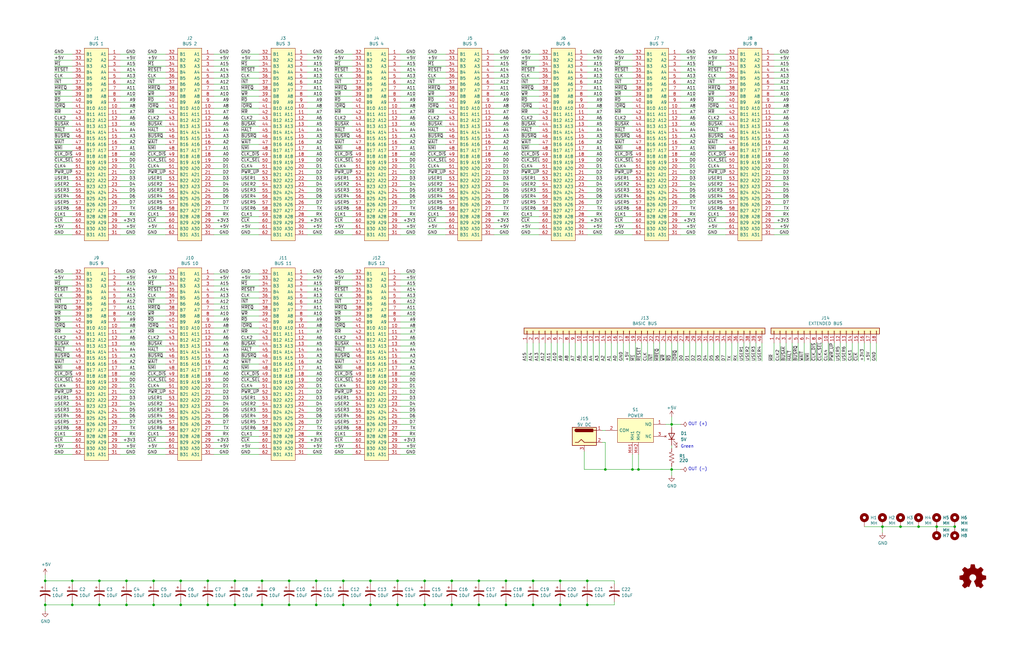
<source format=kicad_sch>
(kicad_sch (version 20211123) (generator eeschema)
  (paper "USLedger")
  (title_block (title "12-slot ISA-style backblane with breadboard connectivity") (date "2022-11-19") (rev "2") (company "Frederic Segard - aka: The Micro Hobbyist"))
  (junction (at 87.63 245.11))
  (junction (at 76.2 245.11))
  (junction (at 213.36 245.11))
  (junction (at 110.49 255.27))
  (junction (at 133.35 255.27))
  (junction (at 379.73 222.25))
  (junction (at 167.64 255.27))
  (junction (at 247.65 245.11))
  (junction (at 99.06 245.11))
  (junction (at 394.97 222.25))
  (junction (at 190.5 255.27))
  (junction (at 53.34 255.27))
  (junction (at 99.06 255.27))
  (junction (at 87.63 255.27))
  (junction (at 190.5 245.11))
  (junction (at 224.79 255.27))
  (junction (at 236.22 245.11))
  (junction (at 19.05 245.11))
  (junction (at 387.35 222.25))
  (junction (at 372.11 222.25))
  (junction (at 266.7 198.12))
  (junction (at 121.92 255.27))
  (junction (at 110.49 245.11))
  (junction (at 167.64 245.11))
  (junction (at 402.59 222.25))
  (junction (at 283.21 179.07))
  (junction (at 53.34 245.11))
  (junction (at 76.2 255.27))
  (junction (at 19.05 255.27))
  (junction (at 179.07 255.27))
  (junction (at 156.21 255.27))
  (junction (at 213.36 255.27))
  (junction (at 156.21 245.11))
  (junction (at 41.91 255.27))
  (junction (at 30.48 255.27))
  (junction (at 30.48 245.11))
  (junction (at 144.78 245.11))
  (junction (at 247.65 255.27))
  (junction (at 224.79 245.11))
  (junction (at 144.78 255.27))
  (junction (at 255.27 198.12))
  (junction (at 64.77 255.27))
  (junction (at 179.07 245.11))
  (junction (at 41.91 245.11))
  (junction (at 121.92 245.11))
  (junction (at 201.93 245.11))
  (junction (at 133.35 245.11))
  (junction (at 283.21 198.12))
  (junction (at 64.77 245.11))
  (junction (at 269.24 198.12))
  (junction (at 201.93 255.27))
  (junction (at 236.22 255.27))
  (wire (pts (xy 255.27 198.12) (xy 266.7 198.12)))
  (wire (pts (xy 90.17 123.19) (xy 96.52 123.19)))
  (wire (pts (xy 252.73 144.78) (xy 252.73 152.4)))
  (wire (pts (xy 140.97 186.69) (xy 148.59 186.69)))
  (wire (pts (xy 62.23 50.8) (xy 69.85 50.8)))
  (wire (pts (xy 129.54 153.67) (xy 135.89 153.67)))
  (wire (pts (xy 22.86 22.86) (xy 30.48 22.86)))
  (wire (pts (xy 41.91 255.27) (xy 53.34 255.27)))
  (wire (pts (xy 208.28 88.9) (xy 214.63 88.9)))
  (wire (pts (xy 344.17 144.78) (xy 344.17 152.4)))
  (wire (pts (xy 129.54 27.94) (xy 135.89 27.94)))
  (wire (pts (xy 219.71 83.82) (xy 227.33 83.82)))
  (wire (pts (xy 62.23 33.02) (xy 69.85 33.02)))
  (wire (pts (xy 168.91 43.18) (xy 175.26 43.18)))
  (wire (pts (xy 140.97 40.64) (xy 148.59 40.64)))
  (wire (pts (xy 62.23 146.05) (xy 69.85 146.05)))
  (wire (pts (xy 287.02 58.42) (xy 293.37 58.42)))
  (wire (pts (xy 394.97 222.25) (xy 387.35 222.25)))
  (wire (pts (xy 101.6 93.98) (xy 109.22 93.98)))
  (wire (pts (xy 140.97 181.61) (xy 148.59 181.61)))
  (wire (pts (xy 288.29 144.78) (xy 288.29 152.4)))
  (wire (pts (xy 179.07 245.11) (xy 179.07 246.38)))
  (wire (pts (xy 259.08 38.1) (xy 266.7 38.1)))
  (wire (pts (xy 316.23 144.78) (xy 316.23 152.4)))
  (wire (pts (xy 247.65 25.4) (xy 254 25.4)))
  (wire (pts (xy 168.91 173.99) (xy 175.26 173.99)))
  (wire (pts (xy 287.02 78.74) (xy 293.37 78.74)))
  (wire (pts (xy 53.34 245.11) (xy 64.77 245.11)))
  (wire (pts (xy 101.6 140.97) (xy 109.22 140.97)))
  (wire (pts (xy 50.8 88.9) (xy 57.15 88.9)))
  (wire (pts (xy 140.97 133.35) (xy 148.59 133.35)))
  (wire (pts (xy 140.97 120.65) (xy 148.59 120.65)))
  (wire (pts (xy 140.97 176.53) (xy 148.59 176.53)))
  (wire (pts (xy 140.97 146.05) (xy 148.59 146.05)))
  (wire (pts (xy 168.91 138.43) (xy 175.26 138.43)))
  (wire (pts (xy 22.86 123.19) (xy 30.48 123.19)))
  (wire (pts (xy 101.6 191.77) (xy 109.22 191.77)))
  (wire (pts (xy 254 181.61) (xy 255.27 181.61)))
  (wire (pts (xy 101.6 184.15) (xy 109.22 184.15)))
  (wire (pts (xy 326.39 25.4) (xy 332.74 25.4)))
  (wire (pts (xy 129.54 161.29) (xy 135.89 161.29)))
  (wire (pts (xy 219.71 73.66) (xy 227.33 73.66)))
  (wire (pts (xy 129.54 120.65) (xy 135.89 120.65)))
  (wire (pts (xy 62.23 166.37) (xy 69.85 166.37)))
  (wire (pts (xy 168.91 35.56) (xy 175.26 35.56)))
  (wire (pts (xy 50.8 140.97) (xy 57.15 140.97)))
  (wire (pts (xy 266.7 191.77) (xy 266.7 198.12)))
  (wire (pts (xy 129.54 191.77) (xy 135.89 191.77)))
  (wire (pts (xy 129.54 83.82) (xy 135.89 83.82)))
  (wire (pts (xy 156.21 255.27) (xy 167.64 255.27)))
  (wire (pts (xy 50.8 133.35) (xy 57.15 133.35)))
  (wire (pts (xy 129.54 189.23) (xy 135.89 189.23)))
  (wire (pts (xy 50.8 78.74) (xy 57.15 78.74)))
  (wire (pts (xy 361.95 144.78) (xy 361.95 152.4)))
  (wire (pts (xy 50.8 135.89) (xy 57.15 135.89)))
  (wire (pts (xy 140.97 38.1) (xy 148.59 38.1)))
  (wire (pts (xy 201.93 254) (xy 201.93 255.27)))
  (wire (pts (xy 167.64 245.11) (xy 179.07 245.11)))
  (wire (pts (xy 168.91 140.97) (xy 175.26 140.97)))
  (wire (pts (xy 180.34 91.44) (xy 187.96 91.44)))
  (wire (pts (xy 254 93.98) (xy 247.65 93.98)))
  (wire (pts (xy 140.97 148.59) (xy 148.59 148.59)))
  (wire (pts (xy 259.08 78.74) (xy 266.7 78.74)))
  (wire (pts (xy 369.57 144.78) (xy 369.57 152.4)))
  (wire (pts (xy 168.91 81.28) (xy 175.26 81.28)))
  (wire (pts (xy 259.08 40.64) (xy 266.7 40.64)))
  (wire (pts (xy 313.69 144.78) (xy 313.69 152.4)))
  (wire (pts (xy 219.71 76.2) (xy 227.33 76.2)))
  (wire (pts (xy 129.54 96.52) (xy 135.89 96.52)))
  (wire (pts (xy 19.05 245.11) (xy 30.48 245.11)))
  (wire (pts (xy 90.17 25.4) (xy 96.52 25.4)))
  (wire (pts (xy 208.28 53.34) (xy 214.63 53.34)))
  (wire (pts (xy 168.91 151.13) (xy 175.26 151.13)))
  (wire (pts (xy 168.91 171.45) (xy 175.26 171.45)))
  (wire (pts (xy 129.54 91.44) (xy 135.89 91.44)))
  (wire (pts (xy 260.35 144.78) (xy 260.35 152.4)))
  (wire (pts (xy 22.86 71.12) (xy 30.48 71.12)))
  (wire (pts (xy 242.57 144.78) (xy 242.57 152.4)))
  (wire (pts (xy 259.08 48.26) (xy 266.7 48.26)))
  (wire (pts (xy 90.17 176.53) (xy 96.52 176.53)))
  (wire (pts (xy 50.8 143.51) (xy 57.15 143.51)))
  (wire (pts (xy 140.97 143.51) (xy 148.59 143.51)))
  (wire (pts (xy 326.39 78.74) (xy 332.74 78.74)))
  (wire (pts (xy 298.45 60.96) (xy 306.07 60.96)))
  (wire (pts (xy 50.8 176.53) (xy 57.15 176.53)))
  (wire (pts (xy 208.28 68.58) (xy 214.63 68.58)))
  (wire (pts (xy 259.08 254) (xy 259.08 255.27)))
  (wire (pts (xy 287.02 96.52) (xy 293.37 96.52)))
  (wire (pts (xy 50.8 38.1) (xy 57.15 38.1)))
  (wire (pts (xy 90.17 66.04) (xy 96.52 66.04)))
  (wire (pts (xy 101.6 135.89) (xy 109.22 135.89)))
  (wire (pts (xy 101.6 35.56) (xy 109.22 35.56)))
  (wire (pts (xy 101.6 68.58) (xy 109.22 68.58)))
  (wire (pts (xy 326.39 99.06) (xy 332.74 99.06)))
  (wire (pts (xy 298.45 83.82) (xy 306.07 83.82)))
  (wire (pts (xy 50.8 130.81) (xy 57.15 130.81)))
  (wire (pts (xy 90.17 48.26) (xy 96.52 48.26)))
  (wire (pts (xy 247.65 35.56) (xy 254 35.56)))
  (wire (pts (xy 180.34 60.96) (xy 187.96 60.96)))
  (wire (pts (xy 22.86 148.59) (xy 30.48 148.59)))
  (wire (pts (xy 129.54 76.2) (xy 135.89 76.2)))
  (wire (pts (xy 22.86 43.18) (xy 30.48 43.18)))
  (wire (pts (xy 62.23 60.96) (xy 69.85 60.96)))
  (wire (pts (xy 62.23 179.07) (xy 69.85 179.07)))
  (wire (pts (xy 287.02 40.64) (xy 293.37 40.64)))
  (wire (pts (xy 19.05 254) (xy 19.05 255.27)))
  (wire (pts (xy 22.86 118.11) (xy 30.48 118.11)))
  (wire (pts (xy 133.35 255.27) (xy 144.78 255.27)))
  (wire (pts (xy 50.8 53.34) (xy 57.15 53.34)))
  (wire (pts (xy 129.54 55.88) (xy 135.89 55.88)))
  (wire (pts (xy 168.91 50.8) (xy 175.26 50.8)))
  (wire (pts (xy 326.39 71.12) (xy 332.74 71.12)))
  (wire (pts (xy 287.02 33.02) (xy 293.37 33.02)))
  (wire (pts (xy 129.54 71.12) (xy 135.89 71.12)))
  (wire (pts (xy 247.65 22.86) (xy 254 22.86)))
  (wire (pts (xy 259.08 96.52) (xy 266.7 96.52)))
  (wire (pts (xy 326.39 88.9) (xy 332.74 88.9)))
  (wire (pts (xy 140.97 93.98) (xy 148.59 93.98)))
  (wire (pts (xy 140.97 191.77) (xy 148.59 191.77)))
  (wire (pts (xy 208.28 48.26) (xy 214.63 48.26)))
  (wire (pts (xy 208.28 27.94) (xy 214.63 27.94)))
  (wire (pts (xy 101.6 60.96) (xy 109.22 60.96)))
  (wire (pts (xy 22.86 140.97) (xy 30.48 140.97)))
  (wire (pts (xy 22.86 58.42) (xy 30.48 58.42)))
  (wire (pts (xy 62.23 148.59) (xy 69.85 148.59)))
  (wire (pts (xy 180.34 58.42) (xy 187.96 58.42)))
  (wire (pts (xy 22.86 66.04) (xy 30.48 66.04)))
  (wire (pts (xy 22.86 99.06) (xy 30.48 99.06)))
  (wire (pts (xy 311.15 144.78) (xy 311.15 152.4)))
  (wire (pts (xy 280.67 144.78) (xy 280.67 152.4)))
  (wire (pts (xy 339.09 144.78) (xy 339.09 152.4)))
  (wire (pts (xy 140.97 156.21) (xy 148.59 156.21)))
  (wire (pts (xy 168.91 153.67) (xy 175.26 153.67)))
  (wire (pts (xy 129.54 25.4) (xy 135.89 25.4)))
  (wire (pts (xy 269.24 191.77) (xy 269.24 198.12)))
  (wire (pts (xy 287.02 60.96) (xy 293.37 60.96)))
  (wire (pts (xy 22.86 45.72) (xy 30.48 45.72)))
  (wire (pts (xy 168.91 30.48) (xy 175.26 30.48)))
  (wire (pts (xy 180.34 93.98) (xy 187.96 93.98)))
  (wire (pts (xy 22.86 138.43) (xy 30.48 138.43)))
  (wire (pts (xy 287.02 25.4) (xy 293.37 25.4)))
  (wire (pts (xy 219.71 66.04) (xy 227.33 66.04)))
  (wire (pts (xy 180.34 25.4) (xy 187.96 25.4)))
  (wire (pts (xy 135.89 93.98) (xy 129.54 93.98)))
  (wire (pts (xy 110.49 254) (xy 110.49 255.27)))
  (wire (pts (xy 168.91 40.64) (xy 175.26 40.64)))
  (wire (pts (xy 236.22 245.11) (xy 236.22 246.38)))
  (wire (pts (xy 62.23 158.75) (xy 69.85 158.75)))
  (wire (pts (xy 180.34 71.12) (xy 187.96 71.12)))
  (wire (pts (xy 62.23 78.74) (xy 69.85 78.74)))
  (wire (pts (xy 129.54 22.86) (xy 135.89 22.86)))
  (wire (pts (xy 234.95 144.78) (xy 234.95 152.4)))
  (wire (pts (xy 62.23 118.11) (xy 69.85 118.11)))
  (wire (pts (xy 76.2 245.11) (xy 76.2 246.38)))
  (wire (pts (xy 208.28 22.86) (xy 214.63 22.86)))
  (wire (pts (xy 129.54 163.83) (xy 135.89 163.83)))
  (wire (pts (xy 259.08 66.04) (xy 266.7 66.04)))
  (wire (pts (xy 247.65 55.88) (xy 254 55.88)))
  (wire (pts (xy 287.02 45.72) (xy 293.37 45.72)))
  (wire (pts (xy 321.31 144.78) (xy 321.31 152.4)))
  (wire (pts (xy 298.45 58.42) (xy 306.07 58.42)))
  (wire (pts (xy 168.91 73.66) (xy 175.26 73.66)))
  (wire (pts (xy 326.39 33.02) (xy 332.74 33.02)))
  (wire (pts (xy 50.8 86.36) (xy 57.15 86.36)))
  (wire (pts (xy 101.6 168.91) (xy 109.22 168.91)))
  (wire (pts (xy 280.67 179.07) (xy 283.21 179.07)))
  (wire (pts (xy 133.35 254) (xy 133.35 255.27)))
  (wire (pts (xy 180.34 40.64) (xy 187.96 40.64)))
  (wire (pts (xy 208.28 40.64) (xy 214.63 40.64)))
  (wire (pts (xy 180.34 35.56) (xy 187.96 35.56)))
  (wire (pts (xy 298.45 63.5) (xy 306.07 63.5)))
  (wire (pts (xy 129.54 125.73) (xy 135.89 125.73)))
  (wire (pts (xy 129.54 68.58) (xy 135.89 68.58)))
  (wire (pts (xy 50.8 76.2) (xy 57.15 76.2)))
  (wire (pts (xy 62.23 120.65) (xy 69.85 120.65)))
  (wire (pts (xy 62.23 30.48) (xy 69.85 30.48)))
  (wire (pts (xy 53.34 255.27) (xy 53.34 254)))
  (wire (pts (xy 259.08 91.44) (xy 266.7 91.44)))
  (wire (pts (xy 298.45 43.18) (xy 306.07 43.18)))
  (wire (pts (xy 140.97 86.36) (xy 148.59 86.36)))
  (wire (pts (xy 168.91 76.2) (xy 175.26 76.2)))
  (wire (pts (xy 22.86 27.94) (xy 30.48 27.94)))
  (wire (pts (xy 101.6 48.26) (xy 109.22 48.26)))
  (wire (pts (xy 219.71 78.74) (xy 227.33 78.74)))
  (wire (pts (xy 180.34 33.02) (xy 187.96 33.02)))
  (wire (pts (xy 62.23 130.81) (xy 69.85 130.81)))
  (wire (pts (xy 298.45 48.26) (xy 306.07 48.26)))
  (wire (pts (xy 101.6 133.35) (xy 109.22 133.35)))
  (wire (pts (xy 201.93 255.27) (xy 213.36 255.27)))
  (wire (pts (xy 101.6 83.82) (xy 109.22 83.82)))
  (wire (pts (xy 180.34 43.18) (xy 187.96 43.18)))
  (wire (pts (xy 101.6 120.65) (xy 109.22 120.65)))
  (wire (pts (xy 53.34 255.27) (xy 64.77 255.27)))
  (wire (pts (xy 96.52 186.69) (xy 90.17 186.69)))
  (wire (pts (xy 62.23 133.35) (xy 69.85 133.35)))
  (wire (pts (xy 135.89 186.69) (xy 129.54 186.69)))
  (wire (pts (xy 168.91 78.74) (xy 175.26 78.74)))
  (wire (pts (xy 62.23 168.91) (xy 69.85 168.91)))
  (wire (pts (xy 22.86 143.51) (xy 30.48 143.51)))
  (wire (pts (xy 140.97 123.19) (xy 148.59 123.19)))
  (wire (pts (xy 129.54 130.81) (xy 135.89 130.81)))
  (wire (pts (xy 64.77 245.11) (xy 76.2 245.11)))
  (wire (pts (xy 326.39 83.82) (xy 332.74 83.82)))
  (wire (pts (xy 168.91 45.72) (xy 175.26 45.72)))
  (wire (pts (xy 298.45 35.56) (xy 306.07 35.56)))
  (wire (pts (xy 287.02 179.07) (xy 283.21 179.07)))
  (wire (pts (xy 62.23 186.69) (xy 69.85 186.69)))
  (wire (pts (xy 190.5 245.11) (xy 201.93 245.11)))
  (wire (pts (xy 50.8 83.82) (xy 57.15 83.82)))
  (wire (pts (xy 101.6 38.1) (xy 109.22 38.1)))
  (wire (pts (xy 87.63 255.27) (xy 99.06 255.27)))
  (wire (pts (xy 90.17 120.65) (xy 96.52 120.65)))
  (wire (pts (xy 90.17 83.82) (xy 96.52 83.82)))
  (wire (pts (xy 129.54 118.11) (xy 135.89 118.11)))
  (wire (pts (xy 346.71 144.78) (xy 346.71 152.4)))
  (wire (pts (xy 129.54 58.42) (xy 135.89 58.42)))
  (wire (pts (xy 90.17 156.21) (xy 96.52 156.21)))
  (wire (pts (xy 259.08 63.5) (xy 266.7 63.5)))
  (wire (pts (xy 247.65 88.9) (xy 254 88.9)))
  (wire (pts (xy 167.64 255.27) (xy 179.07 255.27)))
  (wire (pts (xy 287.02 91.44) (xy 293.37 91.44)))
  (wire (pts (xy 140.97 91.44) (xy 148.59 91.44)))
  (wire (pts (xy 219.71 35.56) (xy 227.33 35.56)))
  (wire (pts (xy 129.54 128.27) (xy 135.89 128.27)))
  (wire (pts (xy 180.34 55.88) (xy 187.96 55.88)))
  (wire (pts (xy 208.28 76.2) (xy 214.63 76.2)))
  (wire (pts (xy 22.86 35.56) (xy 30.48 35.56)))
  (wire (pts (xy 259.08 50.8) (xy 266.7 50.8)))
  (wire (pts (xy 90.17 133.35) (xy 96.52 133.35)))
  (wire (pts (xy 101.6 186.69) (xy 109.22 186.69)))
  (wire (pts (xy 50.8 25.4) (xy 57.15 25.4)))
  (wire (pts (xy 22.86 91.44) (xy 30.48 91.44)))
  (wire (pts (xy 168.91 38.1) (xy 175.26 38.1)))
  (wire (pts (xy 208.28 86.36) (xy 214.63 86.36)))
  (wire (pts (xy 22.86 191.77) (xy 30.48 191.77)))
  (wire (pts (xy 22.86 78.74) (xy 30.48 78.74)))
  (wire (pts (xy 90.17 38.1) (xy 96.52 38.1)))
  (wire (pts (xy 208.28 43.18) (xy 214.63 43.18)))
  (wire (pts (xy 62.23 173.99) (xy 69.85 173.99)))
  (wire (pts (xy 99.06 254) (xy 99.06 255.27)))
  (wire (pts (xy 129.54 35.56) (xy 135.89 35.56)))
  (wire (pts (xy 87.63 254) (xy 87.63 255.27)))
  (wire (pts (xy 101.6 153.67) (xy 109.22 153.67)))
  (wire (pts (xy 90.17 161.29) (xy 96.52 161.29)))
  (wire (pts (xy 168.91 161.29) (xy 175.26 161.29)))
  (wire (pts (xy 22.86 186.69) (xy 30.48 186.69)))
  (wire (pts (xy 19.05 245.11) (xy 19.05 246.38)))
  (wire (pts (xy 219.71 27.94) (xy 227.33 27.94)))
  (wire (pts (xy 101.6 27.94) (xy 109.22 27.94)))
  (wire (pts (xy 90.17 50.8) (xy 96.52 50.8)))
  (wire (pts (xy 208.28 45.72) (xy 214.63 45.72)))
  (wire (pts (xy 180.34 88.9) (xy 187.96 88.9)))
  (wire (pts (xy 247.65 27.94) (xy 254 27.94)))
  (wire (pts (xy 175.26 186.69) (xy 168.91 186.69)))
  (wire (pts (xy 298.45 76.2) (xy 306.07 76.2)))
  (wire (pts (xy 273.05 144.78) (xy 273.05 152.4)))
  (wire (pts (xy 298.45 45.72) (xy 306.07 45.72)))
  (wire (pts (xy 219.71 53.34) (xy 227.33 53.34)))
  (wire (pts (xy 167.64 245.11) (xy 167.64 246.38)))
  (wire (pts (xy 62.23 161.29) (xy 69.85 161.29)))
  (wire (pts (xy 62.23 151.13) (xy 69.85 151.13)))
  (wire (pts (xy 90.17 55.88) (xy 96.52 55.88)))
  (wire (pts (xy 62.23 171.45) (xy 69.85 171.45)))
  (wire (pts (xy 287.02 53.34) (xy 293.37 53.34)))
  (wire (pts (xy 283.21 175.895) (xy 283.21 179.07)))
  (wire (pts (xy 140.97 151.13) (xy 148.59 151.13)))
  (wire (pts (xy 22.86 73.66) (xy 30.48 73.66)))
  (wire (pts (xy 326.39 30.48) (xy 332.74 30.48)))
  (wire (pts (xy 22.86 130.81) (xy 30.48 130.81)))
  (wire (pts (xy 101.6 43.18) (xy 109.22 43.18)))
  (wire (pts (xy 308.61 144.78) (xy 308.61 152.4)))
  (wire (pts (xy 190.5 254) (xy 190.5 255.27)))
  (wire (pts (xy 50.8 168.91) (xy 57.15 168.91)))
  (wire (pts (xy 287.02 88.9) (xy 293.37 88.9)))
  (wire (pts (xy 247.65 38.1) (xy 254 38.1)))
  (wire (pts (xy 90.17 115.57) (xy 96.52 115.57)))
  (wire (pts (xy 140.97 166.37) (xy 148.59 166.37)))
  (wire (pts (xy 129.54 181.61) (xy 135.89 181.61)))
  (wire (pts (xy 62.23 191.77) (xy 69.85 191.77)))
  (wire (pts (xy 326.39 58.42) (xy 332.74 58.42)))
  (wire (pts (xy 287.02 83.82) (xy 293.37 83.82)))
  (wire (pts (xy 326.39 35.56) (xy 332.74 35.56)))
  (wire (pts (xy 129.54 168.91) (xy 135.89 168.91)))
  (wire (pts (xy 50.8 181.61) (xy 57.15 181.61)))
  (wire (pts (xy 90.17 125.73) (xy 96.52 125.73)))
  (wire (pts (xy 247.65 40.64) (xy 254 40.64)))
  (wire (pts (xy 90.17 146.05) (xy 96.52 146.05)))
  (wire (pts (xy 129.54 63.5) (xy 135.89 63.5)))
  (wire (pts (xy 247.65 66.04) (xy 254 66.04)))
  (wire (pts (xy 372.11 222.25) (xy 372.11 224.79)))
  (wire (pts (xy 129.54 115.57) (xy 135.89 115.57)))
  (wire (pts (xy 50.8 138.43) (xy 57.15 138.43)))
  (wire (pts (xy 87.63 245.11) (xy 87.63 246.38)))
  (wire (pts (xy 180.34 53.34) (xy 187.96 53.34)))
  (wire (pts (xy 208.28 58.42) (xy 214.63 58.42)))
  (wire (pts (xy 140.97 140.97) (xy 148.59 140.97)))
  (wire (pts (xy 222.25 144.78) (xy 222.25 152.4)))
  (wire (pts (xy 22.86 88.9) (xy 30.48 88.9)))
  (wire (pts (xy 101.6 25.4) (xy 109.22 25.4)))
  (wire (pts (xy 214.63 93.98) (xy 208.28 93.98)))
  (wire (pts (xy 90.17 140.97) (xy 96.52 140.97)))
  (wire (pts (xy 101.6 176.53) (xy 109.22 176.53)))
  (wire (pts (xy 50.8 73.66) (xy 57.15 73.66)))
  (wire (pts (xy 90.17 179.07) (xy 96.52 179.07)))
  (wire (pts (xy 53.34 245.11) (xy 53.34 246.38)))
  (wire (pts (xy 287.02 81.28) (xy 293.37 81.28)))
  (wire (pts (xy 168.91 191.77) (xy 175.26 191.77)))
  (wire (pts (xy 180.34 76.2) (xy 187.96 76.2)))
  (wire (pts (xy 247.65 58.42) (xy 254 58.42)))
  (wire (pts (xy 140.97 45.72) (xy 148.59 45.72)))
  (wire (pts (xy 90.17 153.67) (xy 96.52 153.67)))
  (wire (pts (xy 168.91 60.96) (xy 175.26 60.96)))
  (wire (pts (xy 224.79 245.11) (xy 224.79 246.38)))
  (wire (pts (xy 213.36 255.27) (xy 224.79 255.27)))
  (wire (pts (xy 101.6 40.64) (xy 109.22 40.64)))
  (wire (pts (xy 50.8 171.45) (xy 57.15 171.45)))
  (wire (pts (xy 298.45 81.28) (xy 306.07 81.28)))
  (wire (pts (xy 201.93 245.11) (xy 201.93 246.38)))
  (wire (pts (xy 266.7 198.12) (xy 269.24 198.12)))
  (wire (pts (xy 140.97 115.57) (xy 148.59 115.57)))
  (wire (pts (xy 255.27 144.78) (xy 255.27 152.4)))
  (wire (pts (xy 101.6 171.45) (xy 109.22 171.45)))
  (wire (pts (xy 62.23 48.26) (xy 69.85 48.26)))
  (wire (pts (xy 22.86 156.21) (xy 30.48 156.21)))
  (wire (pts (xy 259.08 33.02) (xy 266.7 33.02)))
  (wire (pts (xy 247.65 245.11) (xy 247.65 246.38)))
  (wire (pts (xy 219.71 22.86) (xy 227.33 22.86)))
  (wire (pts (xy 364.49 144.78) (xy 364.49 152.4)))
  (wire (pts (xy 326.39 48.26) (xy 332.74 48.26)))
  (wire (pts (xy 140.97 27.94) (xy 148.59 27.94)))
  (wire (pts (xy 287.02 50.8) (xy 293.37 50.8)))
  (wire (pts (xy 90.17 58.42) (xy 96.52 58.42)))
  (wire (pts (xy 90.17 30.48) (xy 96.52 30.48)))
  (wire (pts (xy 270.51 144.78) (xy 270.51 152.4)))
  (wire (pts (xy 50.8 115.57) (xy 57.15 115.57)))
  (wire (pts (xy 22.86 63.5) (xy 30.48 63.5)))
  (wire (pts (xy 287.02 22.86) (xy 293.37 22.86)))
  (wire (pts (xy 62.23 38.1) (xy 69.85 38.1)))
  (wire (pts (xy 50.8 153.67) (xy 57.15 153.67)))
  (wire (pts (xy 129.54 156.21) (xy 135.89 156.21)))
  (wire (pts (xy 326.39 43.18) (xy 332.74 43.18)))
  (wire (pts (xy 101.6 76.2) (xy 109.22 76.2)))
  (wire (pts (xy 41.91 255.27) (xy 41.91 254)))
  (wire (pts (xy 259.08 93.98) (xy 266.7 93.98)))
  (wire (pts (xy 62.23 138.43) (xy 69.85 138.43)))
  (wire (pts (xy 90.17 76.2) (xy 96.52 76.2)))
  (wire (pts (xy 287.02 198.12) (xy 283.21 198.12)))
  (wire (pts (xy 90.17 43.18) (xy 96.52 43.18)))
  (wire (pts (xy 208.28 35.56) (xy 214.63 35.56)))
  (wire (pts (xy 22.86 161.29) (xy 30.48 161.29)))
  (wire (pts (xy 298.45 71.12) (xy 306.07 71.12)))
  (wire (pts (xy 156.21 245.11) (xy 156.21 246.38)))
  (wire (pts (xy 219.71 63.5) (xy 227.33 63.5)))
  (wire (pts (xy 265.43 144.78) (xy 265.43 152.4)))
  (wire (pts (xy 121.92 254) (xy 121.92 255.27)))
  (wire (pts (xy 168.91 33.02) (xy 175.26 33.02)))
  (wire (pts (xy 283.21 198.12) (xy 283.21 200.66)))
  (wire (pts (xy 22.86 189.23) (xy 30.48 189.23)))
  (wire (pts (xy 259.08 58.42) (xy 266.7 58.42)))
  (wire (pts (xy 90.17 27.94) (xy 96.52 27.94)))
  (wire (pts (xy 259.08 43.18) (xy 266.7 43.18)))
  (wire (pts (xy 90.17 40.64) (xy 96.52 40.64)))
  (wire (pts (xy 90.17 130.81) (xy 96.52 130.81)))
  (wire (pts (xy 22.86 93.98) (xy 30.48 93.98)))
  (wire (pts (xy 364.49 222.25) (xy 372.11 222.25)))
  (wire (pts (xy 140.97 73.66) (xy 148.59 73.66)))
  (wire (pts (xy 22.86 40.64) (xy 30.48 40.64)))
  (wire (pts (xy 129.54 158.75) (xy 135.89 158.75)))
  (wire (pts (xy 101.6 189.23) (xy 109.22 189.23)))
  (wire (pts (xy 285.75 144.78) (xy 285.75 152.4)))
  (wire (pts (xy 219.71 25.4) (xy 227.33 25.4)))
  (wire (pts (xy 129.54 140.97) (xy 135.89 140.97)))
  (wire (pts (xy 121.92 255.27) (xy 133.35 255.27)))
  (wire (pts (xy 219.71 50.8) (xy 227.33 50.8)))
  (wire (pts (xy 367.03 144.78) (xy 367.03 152.4)))
  (wire (pts (xy 168.91 63.5) (xy 175.26 63.5)))
  (wire (pts (xy 129.54 166.37) (xy 135.89 166.37)))
  (wire (pts (xy 208.28 30.48) (xy 214.63 30.48)))
  (wire (pts (xy 179.07 245.11) (xy 190.5 245.11)))
  (wire (pts (xy 140.97 60.96) (xy 148.59 60.96)))
  (wire (pts (xy 240.03 144.78) (xy 240.03 152.4)))
  (wire (pts (xy 257.81 144.78) (xy 257.81 152.4)))
  (wire (pts (xy 140.97 153.67) (xy 148.59 153.67)))
  (wire (pts (xy 298.45 25.4) (xy 306.07 25.4)))
  (wire (pts (xy 247.65 50.8) (xy 254 50.8)))
  (wire (pts (xy 22.86 171.45) (xy 30.48 171.45)))
  (wire (pts (xy 224.79 254) (xy 224.79 255.27)))
  (wire (pts (xy 168.91 179.07) (xy 175.26 179.07)))
  (wire (pts (xy 50.8 156.21) (xy 57.15 156.21)))
  (wire (pts (xy 62.23 71.12) (xy 69.85 71.12)))
  (wire (pts (xy 219.71 40.64) (xy 227.33 40.64)))
  (wire (pts (xy 247.65 68.58) (xy 254 68.58)))
  (wire (pts (xy 140.97 130.81) (xy 148.59 130.81)))
  (wire (pts (xy 101.6 125.73) (xy 109.22 125.73)))
  (wire (pts (xy 50.8 163.83) (xy 57.15 163.83)))
  (wire (pts (xy 22.86 30.48) (xy 30.48 30.48)))
  (wire (pts (xy 290.83 144.78) (xy 290.83 152.4)))
  (wire (pts (xy 247.65 76.2) (xy 254 76.2)))
  (wire (pts (xy 168.91 176.53) (xy 175.26 176.53)))
  (wire (pts (xy 62.23 68.58) (xy 69.85 68.58)))
  (wire (pts (xy 298.45 38.1) (xy 306.07 38.1)))
  (wire (pts (xy 326.39 53.34) (xy 332.74 53.34)))
  (wire (pts (xy 129.54 184.15) (xy 135.89 184.15)))
  (wire (pts (xy 259.08 25.4) (xy 266.7 25.4)))
  (wire (pts (xy 101.6 73.66) (xy 109.22 73.66)))
  (wire (pts (xy 90.17 168.91) (xy 96.52 168.91)))
  (wire (pts (xy 101.6 143.51) (xy 109.22 143.51)))
  (wire (pts (xy 247.65 144.78) (xy 247.65 152.4)))
  (wire (pts (xy 133.35 245.11) (xy 144.78 245.11)))
  (wire (pts (xy 62.23 35.56) (xy 69.85 35.56)))
  (wire (pts (xy 326.39 38.1) (xy 332.74 38.1)))
  (wire (pts (xy 110.49 255.27) (xy 121.92 255.27)))
  (wire (pts (xy 101.6 181.61) (xy 109.22 181.61)))
  (wire (pts (xy 50.8 30.48) (xy 57.15 30.48)))
  (wire (pts (xy 129.54 81.28) (xy 135.89 81.28)))
  (wire (pts (xy 96.52 93.98) (xy 90.17 93.98)))
  (wire (pts (xy 22.86 76.2) (xy 30.48 76.2)))
  (wire (pts (xy 129.54 53.34) (xy 135.89 53.34)))
  (wire (pts (xy 298.45 33.02) (xy 306.07 33.02)))
  (wire (pts (xy 90.17 45.72) (xy 96.52 45.72)))
  (wire (pts (xy 62.23 96.52) (xy 69.85 96.52)))
  (wire (pts (xy 247.65 81.28) (xy 254 81.28)))
  (wire (pts (xy 259.08 71.12) (xy 266.7 71.12)))
  (wire (pts (xy 101.6 161.29) (xy 109.22 161.29)))
  (wire (pts (xy 246.38 190.5) (xy 246.38 198.12)))
  (wire (pts (xy 76.2 255.27) (xy 87.63 255.27)))
  (wire (pts (xy 326.39 86.36) (xy 332.74 86.36)))
  (wire (pts (xy 140.97 179.07) (xy 148.59 179.07)))
  (wire (pts (xy 156.21 255.27) (xy 156.21 254)))
  (wire (pts (xy 22.86 168.91) (xy 30.48 168.91)))
  (wire (pts (xy 295.91 144.78) (xy 295.91 152.4)))
  (wire (pts (xy 140.97 161.29) (xy 148.59 161.29)))
  (wire (pts (xy 287.02 86.36) (xy 293.37 86.36)))
  (wire (pts (xy 76.2 245.11) (xy 87.63 245.11)))
  (wire (pts (xy 62.23 58.42) (xy 69.85 58.42)))
  (wire (pts (xy 62.23 22.86) (xy 69.85 22.86)))
  (wire (pts (xy 326.39 55.88) (xy 332.74 55.88)))
  (wire (pts (xy 349.25 144.78) (xy 349.25 152.4)))
  (wire (pts (xy 90.17 143.51) (xy 96.52 143.51)))
  (wire (pts (xy 287.02 27.94) (xy 293.37 27.94)))
  (wire (pts (xy 22.86 153.67) (xy 30.48 153.67)))
  (wire (pts (xy 306.07 144.78) (xy 306.07 152.4)))
  (wire (pts (xy 50.8 166.37) (xy 57.15 166.37)))
  (wire (pts (xy 298.45 22.86) (xy 306.07 22.86)))
  (wire (pts (xy 356.87 144.78) (xy 356.87 152.4)))
  (wire (pts (xy 129.54 173.99) (xy 135.89 173.99)))
  (wire (pts (xy 219.71 58.42) (xy 227.33 58.42)))
  (wire (pts (xy 140.97 96.52) (xy 148.59 96.52)))
  (wire (pts (xy 50.8 48.26) (xy 57.15 48.26)))
  (wire (pts (xy 379.73 222.25) (xy 387.35 222.25)))
  (wire (pts (xy 140.97 128.27) (xy 148.59 128.27)))
  (wire (pts (xy 101.6 96.52) (xy 109.22 96.52)))
  (wire (pts (xy 90.17 60.96) (xy 96.52 60.96)))
  (wire (pts (xy 341.63 144.78) (xy 341.63 152.4)))
  (wire (pts (xy 144.78 245.11) (xy 156.21 245.11)))
  (wire (pts (xy 180.34 78.74) (xy 187.96 78.74)))
  (wire (pts (xy 168.91 118.11) (xy 175.26 118.11)))
  (wire (pts (xy 180.34 48.26) (xy 187.96 48.26)))
  (wire (pts (xy 144.78 245.11) (xy 144.78 246.38)))
  (wire (pts (xy 22.86 179.07) (xy 30.48 179.07)))
  (wire (pts (xy 208.28 73.66) (xy 214.63 73.66)))
  (wire (pts (xy 22.86 125.73) (xy 30.48 125.73)))
  (wire (pts (xy 129.54 73.66) (xy 135.89 73.66)))
  (wire (pts (xy 22.86 181.61) (xy 30.48 181.61)))
  (wire (pts (xy 201.93 245.11) (xy 213.36 245.11)))
  (wire (pts (xy 227.33 144.78) (xy 227.33 152.4)))
  (wire (pts (xy 359.41 144.78) (xy 359.41 152.4)))
  (wire (pts (xy 283.21 187.96) (xy 283.21 189.23)))
  (wire (pts (xy 62.23 40.64) (xy 69.85 40.64)))
  (wire (pts (xy 219.71 43.18) (xy 227.33 43.18)))
  (wire (pts (xy 129.54 123.19) (xy 135.89 123.19)))
  (wire (pts (xy 168.91 86.36) (xy 175.26 86.36)))
  (wire (pts (xy 110.49 245.11) (xy 121.92 245.11)))
  (wire (pts (xy 328.93 144.78) (xy 328.93 152.4)))
  (wire (pts (xy 247.65 33.02) (xy 254 33.02)))
  (wire (pts (xy 259.08 45.72) (xy 266.7 45.72)))
  (wire (pts (xy 129.54 60.96) (xy 135.89 60.96)))
  (wire (pts (xy 219.71 71.12) (xy 227.33 71.12)))
  (wire (pts (xy 140.97 118.11) (xy 148.59 118.11)))
  (wire (pts (xy 208.28 33.02) (xy 214.63 33.02)))
  (wire (pts (xy 50.8 58.42) (xy 57.15 58.42)))
  (wire (pts (xy 326.39 45.72) (xy 332.74 45.72)))
  (wire (pts (xy 394.97 222.25) (xy 402.59 222.25)))
  (wire (pts (xy 326.39 144.78) (xy 326.39 152.4)))
  (wire (pts (xy 30.48 255.27) (xy 41.91 255.27)))
  (wire (pts (xy 208.28 38.1) (xy 214.63 38.1)))
  (wire (pts (xy 140.97 22.86) (xy 148.59 22.86)))
  (wire (pts (xy 247.65 43.18) (xy 254 43.18)))
  (wire (pts (xy 140.97 25.4) (xy 148.59 25.4)))
  (wire (pts (xy 90.17 73.66) (xy 96.52 73.66)))
  (wire (pts (xy 168.91 133.35) (xy 175.26 133.35)))
  (wire (pts (xy 287.02 35.56) (xy 293.37 35.56)))
  (wire (pts (xy 90.17 86.36) (xy 96.52 86.36)))
  (wire (pts (xy 19.05 242.57) (xy 19.05 245.11)))
  (wire (pts (xy 90.17 88.9) (xy 96.52 88.9)))
  (wire (pts (xy 64.77 255.27) (xy 76.2 255.27)))
  (wire (pts (xy 168.91 120.65) (xy 175.26 120.65)))
  (wire (pts (xy 262.89 144.78) (xy 262.89 152.4)))
  (wire (pts (xy 62.23 176.53) (xy 69.85 176.53)))
  (wire (pts (xy 168.91 189.23) (xy 175.26 189.23)))
  (wire (pts (xy 22.86 81.28) (xy 30.48 81.28)))
  (wire (pts (xy 140.97 173.99) (xy 148.59 173.99)))
  (wire (pts (xy 22.86 120.65) (xy 30.48 120.65)))
  (wire (pts (xy 300.99 144.78) (xy 300.99 152.4)))
  (wire (pts (xy 140.97 63.5) (xy 148.59 63.5)))
  (wire (pts (xy 62.23 156.21) (xy 69.85 156.21)))
  (wire (pts (xy 62.23 99.06) (xy 69.85 99.06)))
  (wire (pts (xy 259.08 60.96) (xy 266.7 60.96)))
  (wire (pts (xy 50.8 35.56) (xy 57.15 35.56)))
  (wire (pts (xy 298.45 78.74) (xy 306.07 78.74)))
  (wire (pts (xy 101.6 33.02) (xy 109.22 33.02)))
  (wire (pts (xy 30.48 245.11) (xy 30.48 246.38)))
  (wire (pts (xy 236.22 255.27) (xy 247.65 255.27)))
  (wire (pts (xy 30.48 245.11) (xy 41.91 245.11)))
  (wire (pts (xy 247.65 254) (xy 247.65 255.27)))
  (wire (pts (xy 101.6 86.36) (xy 109.22 86.36)))
  (wire (pts (xy 50.8 71.12) (xy 57.15 71.12)))
  (wire (pts (xy 334.01 144.78) (xy 334.01 152.4)))
  (wire (pts (xy 208.28 50.8) (xy 214.63 50.8)))
  (wire (pts (xy 168.91 168.91) (xy 175.26 168.91)))
  (wire (pts (xy 129.54 86.36) (xy 135.89 86.36)))
  (wire (pts (xy 90.17 128.27) (xy 96.52 128.27)))
  (wire (pts (xy 180.34 30.48) (xy 187.96 30.48)))
  (wire (pts (xy 326.39 50.8) (xy 332.74 50.8)))
  (wire (pts (xy 259.08 55.88) (xy 266.7 55.88)))
  (wire (pts (xy 22.86 184.15) (xy 30.48 184.15)))
  (wire (pts (xy 259.08 245.11) (xy 259.08 246.38)))
  (wire (pts (xy 287.02 71.12) (xy 293.37 71.12)))
  (wire (pts (xy 22.86 135.89) (xy 30.48 135.89)))
  (wire (pts (xy 140.97 163.83) (xy 148.59 163.83)))
  (wire (pts (xy 140.97 184.15) (xy 148.59 184.15)))
  (wire (pts (xy 180.34 22.86) (xy 187.96 22.86)))
  (wire (pts (xy 62.23 88.9) (xy 69.85 88.9)))
  (wire (pts (xy 247.65 255.27) (xy 259.08 255.27)))
  (wire (pts (xy 101.6 71.12) (xy 109.22 71.12)))
  (wire (pts (xy 50.8 43.18) (xy 57.15 43.18)))
  (wire (pts (xy 208.28 81.28) (xy 214.63 81.28)))
  (wire (pts (xy 129.54 99.06) (xy 135.89 99.06)))
  (wire (pts (xy 62.23 143.51) (xy 69.85 143.51)))
  (wire (pts (xy 101.6 22.86) (xy 109.22 22.86)))
  (wire (pts (xy 140.97 83.82) (xy 148.59 83.82)))
  (wire (pts (xy 99.06 245.11) (xy 99.06 246.38)))
  (wire (pts (xy 180.34 73.66) (xy 187.96 73.66)))
  (wire (pts (xy 41.91 245.11) (xy 41.91 246.38)))
  (wire (pts (xy 50.8 96.52) (xy 57.15 96.52)))
  (wire (pts (xy 208.28 63.5) (xy 214.63 63.5)))
  (wire (pts (xy 50.8 68.58) (xy 57.15 68.58)))
  (wire (pts (xy 50.8 22.86) (xy 57.15 22.86)))
  (wire (pts (xy 50.8 151.13) (xy 57.15 151.13)))
  (wire (pts (xy 168.91 184.15) (xy 175.26 184.15)))
  (wire (pts (xy 283.21 144.78) (xy 283.21 152.4)))
  (wire (pts (xy 247.65 30.48) (xy 254 30.48)))
  (wire (pts (xy 250.19 144.78) (xy 250.19 152.4)))
  (wire (pts (xy 62.23 140.97) (xy 69.85 140.97)))
  (wire (pts (xy 140.97 50.8) (xy 148.59 50.8)))
  (wire (pts (xy 129.54 143.51) (xy 135.89 143.51)))
  (wire (pts (xy 219.71 55.88) (xy 227.33 55.88)))
  (wire (pts (xy 62.23 93.98) (xy 69.85 93.98)))
  (wire (pts (xy 287.02 73.66) (xy 293.37 73.66)))
  (wire (pts (xy 237.49 144.78) (xy 237.49 152.4)))
  (wire (pts (xy 90.17 166.37) (xy 96.52 166.37)))
  (wire (pts (xy 90.17 181.61) (xy 96.52 181.61)))
  (wire (pts (xy 298.45 53.34) (xy 306.07 53.34)))
  (wire (pts (xy 110.49 245.11) (xy 110.49 246.38)))
  (wire (pts (xy 298.45 93.98) (xy 306.07 93.98)))
  (wire (pts (xy 168.91 58.42) (xy 175.26 58.42)))
  (wire (pts (xy 168.91 91.44) (xy 175.26 91.44)))
  (wire (pts (xy 62.23 163.83) (xy 69.85 163.83)))
  (wire (pts (xy 180.34 83.82) (xy 187.96 83.82)))
  (wire (pts (xy 101.6 58.42) (xy 109.22 58.42)))
  (wire (pts (xy 287.02 76.2) (xy 293.37 76.2)))
  (wire (pts (xy 50.8 55.88) (xy 57.15 55.88)))
  (wire (pts (xy 62.23 27.94) (xy 69.85 27.94)))
  (wire (pts (xy 168.91 128.27) (xy 175.26 128.27)))
  (wire (pts (xy 57.15 186.69) (xy 50.8 186.69)))
  (wire (pts (xy 129.54 146.05) (xy 135.89 146.05)))
  (wire (pts (xy 101.6 179.07) (xy 109.22 179.07)))
  (wire (pts (xy 62.23 135.89) (xy 69.85 135.89)))
  (wire (pts (xy 180.34 99.06) (xy 187.96 99.06)))
  (wire (pts (xy 121.92 245.11) (xy 121.92 246.38)))
  (wire (pts (xy 50.8 33.02) (xy 57.15 33.02)))
  (wire (pts (xy 22.86 33.02) (xy 30.48 33.02)))
  (wire (pts (xy 101.6 146.05) (xy 109.22 146.05)))
  (wire (pts (xy 101.6 66.04) (xy 109.22 66.04)))
  (wire (pts (xy 156.21 245.11) (xy 167.64 245.11)))
  (wire (pts (xy 90.17 63.5) (xy 96.52 63.5)))
  (wire (pts (xy 57.15 93.98) (xy 50.8 93.98)))
  (wire (pts (xy 168.91 83.82) (xy 175.26 83.82)))
  (wire (pts (xy 298.45 30.48) (xy 306.07 30.48)))
  (wire (pts (xy 168.91 123.19) (xy 175.26 123.19)))
  (wire (pts (xy 180.34 45.72) (xy 187.96 45.72)))
  (wire (pts (xy 190.5 255.27) (xy 201.93 255.27)))
  (wire (pts (xy 90.17 91.44) (xy 96.52 91.44)))
  (wire (pts (xy 168.91 166.37) (xy 175.26 166.37)))
  (wire (pts (xy 50.8 179.07) (xy 57.15 179.07)))
  (wire (pts (xy 354.33 144.78) (xy 354.33 152.4)))
  (wire (pts (xy 168.91 53.34) (xy 175.26 53.34)))
  (wire (pts (xy 22.86 68.58) (xy 30.48 68.58)))
  (wire (pts (xy 22.86 60.96) (xy 30.48 60.96)))
  (wire (pts (xy 259.08 53.34) (xy 266.7 53.34)))
  (wire (pts (xy 22.86 96.52) (xy 30.48 96.52)))
  (wire (pts (xy 287.02 66.04) (xy 293.37 66.04)))
  (wire (pts (xy 326.39 60.96) (xy 332.74 60.96)))
  (wire (pts (xy 247.65 60.96) (xy 254 60.96)))
  (wire (pts (xy 140.97 66.04) (xy 148.59 66.04)))
  (wire (pts (xy 247.65 53.34) (xy 254 53.34)))
  (wire (pts (xy 318.77 144.78) (xy 318.77 152.4)))
  (wire (pts (xy 62.23 63.5) (xy 69.85 63.5)))
  (wire (pts (xy 326.39 63.5) (xy 332.74 63.5)))
  (wire (pts (xy 62.23 125.73) (xy 69.85 125.73)))
  (wire (pts (xy 219.71 88.9) (xy 227.33 88.9)))
  (wire (pts (xy 232.41 144.78) (xy 232.41 152.4)))
  (wire (pts (xy 168.91 48.26) (xy 175.26 48.26)))
  (wire (pts (xy 129.54 43.18) (xy 135.89 43.18)))
  (wire (pts (xy 90.17 189.23) (xy 96.52 189.23)))
  (wire (pts (xy 101.6 148.59) (xy 109.22 148.59)))
  (wire (pts (xy 140.97 81.28) (xy 148.59 81.28)))
  (wire (pts (xy 101.6 138.43) (xy 109.22 138.43)))
  (wire (pts (xy 259.08 27.94) (xy 266.7 27.94)))
  (wire (pts (xy 62.23 91.44) (xy 69.85 91.44)))
  (wire (pts (xy 140.97 189.23) (xy 148.59 189.23)))
  (wire (pts (xy 259.08 30.48) (xy 266.7 30.48)))
  (wire (pts (xy 332.74 93.98) (xy 326.39 93.98)))
  (wire (pts (xy 326.39 68.58) (xy 332.74 68.58)))
  (wire (pts (xy 90.17 148.59) (xy 96.52 148.59)))
  (wire (pts (xy 287.02 55.88) (xy 293.37 55.88)))
  (wire (pts (xy 168.91 146.05) (xy 175.26 146.05)))
  (wire (pts (xy 247.65 83.82) (xy 254 83.82)))
  (wire (pts (xy 254 186.69) (xy 255.27 186.69)))
  (wire (pts (xy 50.8 173.99) (xy 57.15 173.99)))
  (wire (pts (xy 168.91 135.89) (xy 175.26 135.89)))
  (wire (pts (xy 219.71 96.52) (xy 227.33 96.52)))
  (wire (pts (xy 140.97 33.02) (xy 148.59 33.02)))
  (wire (pts (xy 101.6 88.9) (xy 109.22 88.9)))
  (wire (pts (xy 140.97 138.43) (xy 148.59 138.43)))
  (wire (pts (xy 168.91 148.59) (xy 175.26 148.59)))
  (wire (pts (xy 90.17 99.06) (xy 96.52 99.06)))
  (wire (pts (xy 167.64 255.27) (xy 167.64 254)))
  (wire (pts (xy 168.91 115.57) (xy 175.26 115.57)))
  (wire (pts (xy 283.21 179.07) (xy 283.21 180.34)))
  (wire (pts (xy 129.54 50.8) (xy 135.89 50.8)))
  (wire (pts (xy 144.78 254) (xy 144.78 255.27)))
  (wire (pts (xy 208.28 78.74) (xy 214.63 78.74)))
  (wire (pts (xy 229.87 144.78) (xy 229.87 152.4)))
  (wire (pts (xy 180.34 50.8) (xy 187.96 50.8)))
  (wire (pts (xy 247.65 99.06) (xy 254 99.06)))
  (wire (pts (xy 101.6 156.21) (xy 109.22 156.21)))
  (wire (pts (xy 101.6 55.88) (xy 109.22 55.88)))
  (wire (pts (xy 219.71 99.06) (xy 227.33 99.06)))
  (wire (pts (xy 30.48 255.27) (xy 30.48 254)))
  (wire (pts (xy 259.08 76.2) (xy 266.7 76.2)))
  (wire (pts (xy 287.02 38.1) (xy 293.37 38.1)))
  (wire (pts (xy 22.86 173.99) (xy 30.48 173.99)))
  (wire (pts (xy 140.97 35.56) (xy 148.59 35.56)))
  (wire (pts (xy 259.08 35.56) (xy 266.7 35.56)))
  (wire (pts (xy 247.65 73.66) (xy 254 73.66)))
  (wire (pts (xy 101.6 91.44) (xy 109.22 91.44)))
  (wire (pts (xy 208.28 83.82) (xy 214.63 83.82)))
  (wire (pts (xy 50.8 191.77) (xy 57.15 191.77)))
  (wire (pts (xy 259.08 99.06) (xy 266.7 99.06)))
  (wire (pts (xy 247.65 45.72) (xy 254 45.72)))
  (wire (pts (xy 180.34 38.1) (xy 187.96 38.1)))
  (wire (pts (xy 219.71 60.96) (xy 227.33 60.96)))
  (wire (pts (xy 298.45 40.64) (xy 306.07 40.64)))
  (wire (pts (xy 219.71 91.44) (xy 227.33 91.44)))
  (wire (pts (xy 326.39 22.86) (xy 332.74 22.86)))
  (wire (pts (xy 298.45 99.06) (xy 306.07 99.06)))
  (wire (pts (xy 129.54 133.35) (xy 135.89 133.35)))
  (wire (pts (xy 219.71 68.58) (xy 227.33 68.58)))
  (wire (pts (xy 129.54 30.48) (xy 135.89 30.48)))
  (wire (pts (xy 22.86 158.75) (xy 30.48 158.75)))
  (wire (pts (xy 247.65 86.36) (xy 254 86.36)))
  (wire (pts (xy 275.59 144.78) (xy 275.59 152.4)))
  (wire (pts (xy 219.71 86.36) (xy 227.33 86.36)))
  (wire (pts (xy 90.17 151.13) (xy 96.52 151.13)))
  (wire (pts (xy 298.45 55.88) (xy 306.07 55.88)))
  (wire (pts (xy 298.45 73.66) (xy 306.07 73.66)))
  (wire (pts (xy 208.28 66.04) (xy 214.63 66.04)))
  (wire (pts (xy 326.39 81.28) (xy 332.74 81.28)))
  (wire (pts (xy 326.39 91.44) (xy 332.74 91.44)))
  (wire (pts (xy 90.17 81.28) (xy 96.52 81.28)))
  (wire (pts (xy 259.08 86.36) (xy 266.7 86.36)))
  (wire (pts (xy 22.86 163.83) (xy 30.48 163.83)))
  (wire (pts (xy 326.39 66.04) (xy 332.74 66.04)))
  (wire (pts (xy 168.91 22.86) (xy 175.26 22.86)))
  (wire (pts (xy 101.6 115.57) (xy 109.22 115.57)))
  (wire (pts (xy 62.23 181.61) (xy 69.85 181.61)))
  (wire (pts (xy 62.23 73.66) (xy 69.85 73.66)))
  (wire (pts (xy 175.26 93.98) (xy 168.91 93.98)))
  (wire (pts (xy 50.8 158.75) (xy 57.15 158.75)))
  (wire (pts (xy 140.97 55.88) (xy 148.59 55.88)))
  (wire (pts (xy 129.54 179.07) (xy 135.89 179.07)))
  (wire (pts (xy 208.28 96.52) (xy 214.63 96.52)))
  (wire (pts (xy 213.36 245.11) (xy 213.36 246.38)))
  (wire (pts (xy 336.55 144.78) (xy 336.55 152.4)))
  (wire (pts (xy 326.39 76.2) (xy 332.74 76.2)))
  (wire (pts (xy 298.45 88.9) (xy 306.07 88.9)))
  (wire (pts (xy 90.17 53.34) (xy 96.52 53.34)))
  (wire (pts (xy 245.11 144.78) (xy 245.11 152.4)))
  (wire (pts (xy 168.91 125.73) (xy 175.26 125.73)))
  (wire (pts (xy 64.77 254) (xy 64.77 255.27)))
  (wire (pts (xy 129.54 88.9) (xy 135.89 88.9)))
  (wire (pts (xy 168.91 88.9) (xy 175.26 88.9)))
  (wire (pts (xy 62.23 45.72) (xy 69.85 45.72)))
  (wire (pts (xy 255.27 186.69) (xy 255.27 198.12)))
  (wire (pts (xy 50.8 128.27) (xy 57.15 128.27)))
  (wire (pts (xy 140.97 78.74) (xy 148.59 78.74)))
  (wire (pts (xy 168.91 68.58) (xy 175.26 68.58)))
  (wire (pts (xy 259.08 88.9) (xy 266.7 88.9)))
  (wire (pts (xy 298.45 96.52) (xy 306.07 96.52)))
  (wire (pts (xy 22.86 166.37) (xy 30.48 166.37)))
  (wire (pts (xy 168.91 25.4) (xy 175.26 25.4)))
  (wire (pts (xy 326.39 96.52) (xy 332.74 96.52)))
  (wire (pts (xy 62.23 55.88) (xy 69.85 55.88)))
  (wire (pts (xy 129.54 40.64) (xy 135.89 40.64)))
  (wire (pts (xy 101.6 81.28) (xy 109.22 81.28)))
  (wire (pts (xy 101.6 53.34) (xy 109.22 53.34)))
  (wire (pts (xy 298.45 86.36) (xy 306.07 86.36)))
  (wire (pts (xy 140.97 168.91) (xy 148.59 168.91)))
  (wire (pts (xy 90.17 22.86) (xy 96.52 22.86)))
  (wire (pts (xy 62.23 189.23) (xy 69.85 189.23)))
  (wire (pts (xy 140.97 99.06) (xy 148.59 99.06)))
  (wire (pts (xy 50.8 123.19) (xy 57.15 123.19)))
  (wire (pts (xy 90.17 138.43) (xy 96.52 138.43)))
  (wire (pts (xy 50.8 120.65) (xy 57.15 120.65)))
  (wire (pts (xy 236.22 245.11) (xy 247.65 245.11)))
  (wire (pts (xy 259.08 73.66) (xy 266.7 73.66)))
  (wire (pts (xy 208.28 60.96) (xy 214.63 60.96)))
  (wire (pts (xy 224.79 255.27) (xy 236.22 255.27)))
  (wire (pts (xy 101.6 30.48) (xy 109.22 30.48)))
  (wire (pts (xy 90.17 191.77) (xy 96.52 191.77)))
  (wire (pts (xy 168.91 143.51) (xy 175.26 143.51)))
  (wire (pts (xy 247.65 91.44) (xy 254 91.44)))
  (wire (pts (xy 140.97 30.48) (xy 148.59 30.48)))
  (wire (pts (xy 168.91 156.21) (xy 175.26 156.21)))
  (wire (pts (xy 287.02 30.48) (xy 293.37 30.48)))
  (wire (pts (xy 293.37 93.98) (xy 287.02 93.98)))
  (wire (pts (xy 293.37 144.78) (xy 293.37 152.4)))
  (wire (pts (xy 168.91 158.75) (xy 175.26 158.75)))
  (wire (pts (xy 247.65 96.52) (xy 254 96.52)))
  (wire (pts (xy 101.6 99.06) (xy 109.22 99.06)))
  (wire (pts (xy 101.6 158.75) (xy 109.22 158.75)))
  (wire (pts (xy 101.6 118.11) (xy 109.22 118.11)))
  (wire (pts (xy 303.53 144.78) (xy 303.53 152.4)))
  (wire (pts (xy 50.8 99.06) (xy 57.15 99.06)))
  (wire (pts (xy 62.23 83.82) (xy 69.85 83.82)))
  (wire (pts (xy 168.91 163.83) (xy 175.26 163.83)))
  (wire (pts (xy 121.92 245.11) (xy 133.35 245.11)))
  (wire (pts (xy 247.65 48.26) (xy 254 48.26)))
  (wire (pts (xy 101.6 163.83) (xy 109.22 163.83)))
  (wire (pts (xy 208.28 71.12) (xy 214.63 71.12)))
  (wire (pts (xy 129.54 148.59) (xy 135.89 148.59)))
  (wire (pts (xy 129.54 33.02) (xy 135.89 33.02)))
  (wire (pts (xy 283.21 196.85) (xy 283.21 198.12)))
  (wire (pts (xy 140.97 135.89) (xy 148.59 135.89)))
  (wire (pts (xy 168.91 66.04) (xy 175.26 66.04)))
  (wire (pts (xy 62.23 123.19) (xy 69.85 123.19)))
  (wire (pts (xy 144.78 255.27) (xy 156.21 255.27)))
  (wire (pts (xy 41.91 245.11) (xy 53.34 245.11)))
  (wire (pts (xy 140.97 43.18) (xy 148.59 43.18)))
  (wire (pts (xy 180.34 63.5) (xy 187.96 63.5)))
  (wire (pts (xy 62.23 25.4) (xy 69.85 25.4)))
  (wire (pts (xy 90.17 71.12) (xy 96.52 71.12)))
  (wire (pts (xy 180.34 27.94) (xy 187.96 27.94)))
  (wire (pts (xy 129.54 138.43) (xy 135.89 138.43)))
  (wire (pts (xy 168.91 96.52) (xy 175.26 96.52)))
  (wire (pts (xy 22.86 48.26) (xy 30.48 48.26)))
  (wire (pts (xy 298.45 91.44) (xy 306.07 91.44)))
  (wire (pts (xy 62.23 115.57) (xy 69.85 115.57)))
  (wire (pts (xy 22.86 50.8) (xy 30.48 50.8)))
  (wire (pts (xy 140.97 68.58) (xy 148.59 68.58)))
  (wire (pts (xy 140.97 158.75) (xy 148.59 158.75)))
  (wire (pts (xy 298.45 66.04) (xy 306.07 66.04)))
  (wire (pts (xy 62.23 128.27) (xy 69.85 128.27)))
  (wire (pts (xy 50.8 45.72) (xy 57.15 45.72)))
  (wire (pts (xy 22.86 176.53) (xy 30.48 176.53)))
  (wire (pts (xy 224.79 245.11) (xy 236.22 245.11)))
  (wire (pts (xy 326.39 27.94) (xy 332.74 27.94)))
  (wire (pts (xy 140.97 125.73) (xy 148.59 125.73)))
  (wire (pts (xy 50.8 66.04) (xy 57.15 66.04)))
  (wire (pts (xy 50.8 148.59) (xy 57.15 148.59)))
  (wire (pts (xy 179.07 255.27) (xy 179.07 254)))
  (wire (pts (xy 179.07 255.27) (xy 190.5 255.27)))
  (wire (pts (xy 62.23 184.15) (xy 69.85 184.15)))
  (wire (pts (xy 287.02 63.5) (xy 293.37 63.5)))
  (wire (pts (xy 101.6 166.37) (xy 109.22 166.37)))
  (wire (pts (xy 22.86 53.34) (xy 30.48 53.34)))
  (wire (pts (xy 22.86 86.36) (xy 30.48 86.36)))
  (wire (pts (xy 213.36 245.11) (xy 224.79 245.11)))
  (wire (pts (xy 90.17 173.99) (xy 96.52 173.99)))
  (wire (pts (xy 287.02 48.26) (xy 293.37 48.26)))
  (wire (pts (xy 99.06 245.11) (xy 110.49 245.11)))
  (wire (pts (xy 180.34 86.36) (xy 187.96 86.36)))
  (wire (pts (xy 62.23 153.67) (xy 69.85 153.67)))
  (wire (pts (xy 101.6 50.8) (xy 109.22 50.8)))
  (wire (pts (xy 168.91 99.06) (xy 175.26 99.06)))
  (wire (pts (xy 180.34 96.52) (xy 187.96 96.52)))
  (wire (pts (xy 267.97 144.78) (xy 267.97 152.4)))
  (wire (pts (xy 129.54 48.26) (xy 135.89 48.26)))
  (wire (pts (xy 90.17 33.02) (xy 96.52 33.02)))
  (wire (pts (xy 219.71 30.48) (xy 227.33 30.48)))
  (wire (pts (xy 247.65 245.11) (xy 259.08 245.11)))
  (wire (pts (xy 90.17 118.11) (xy 96.52 118.11)))
  (wire (pts (xy 101.6 123.19) (xy 109.22 123.19)))
  (wire (pts (xy 140.97 88.9) (xy 148.59 88.9)))
  (wire (pts (xy 90.17 184.15) (xy 96.52 184.15)))
  (wire (pts (xy 22.86 25.4) (xy 30.48 25.4)))
  (wire (pts (xy 129.54 45.72) (xy 135.89 45.72)))
  (wire (pts (xy 22.86 151.13) (xy 30.48 151.13)))
  (wire (pts (xy 190.5 245.11) (xy 190.5 246.38)))
  (wire (pts (xy 50.8 125.73) (xy 57.15 125.73)))
  (wire (pts (xy 90.17 68.58) (xy 96.52 68.58)))
  (wire (pts (xy 208.28 55.88) (xy 214.63 55.88)))
  (wire (pts (xy 129.54 66.04) (xy 135.89 66.04)))
  (wire (pts (xy 180.34 81.28) (xy 187.96 81.28)))
  (wire (pts (xy 62.23 43.18) (xy 69.85 43.18)))
  (wire (pts (xy 326.39 73.66) (xy 332.74 73.66)))
  (wire (pts (xy 259.08 81.28) (xy 266.7 81.28)))
  (wire (pts (xy 180.34 66.04) (xy 187.96 66.04)))
  (wire (pts (xy 168.91 181.61) (xy 175.26 181.61)))
  (wire (pts (xy 90.17 35.56) (xy 96.52 35.56)))
  (wire (pts (xy 140.97 48.26) (xy 148.59 48.26)))
  (wire (pts (xy 22.86 55.88) (xy 30.48 55.88)))
  (wire (pts (xy 168.91 55.88) (xy 175.26 55.88)))
  (wire (pts (xy 287.02 43.18) (xy 293.37 43.18)))
  (wire (pts (xy 140.97 71.12) (xy 148.59 71.12)))
  (wire (pts (xy 50.8 91.44) (xy 57.15 91.44)))
  (wire (pts (xy 90.17 163.83) (xy 96.52 163.83)))
  (wire (pts (xy 219.71 38.1) (xy 227.33 38.1)))
  (wire (pts (xy 287.02 99.06) (xy 293.37 99.06)))
  (wire (pts (xy 213.36 254) (xy 213.36 255.27)))
  (wire (pts (xy 278.13 144.78) (xy 278.13 152.4)))
  (wire (pts (xy 62.23 66.04) (xy 69.85 66.04)))
  (wire (pts (xy 19.05 255.27) (xy 19.05 257.81)))
  (wire (pts (xy 247.65 63.5) (xy 254 63.5)))
  (wire (pts (xy 129.54 151.13) (xy 135.89 151.13)))
  (wire (pts (xy 101.6 78.74) (xy 109.22 78.74)))
  (wire (pts (xy 101.6 45.72) (xy 109.22 45.72)))
  (wire (pts (xy 247.65 71.12) (xy 254 71.12)))
  (wire (pts (xy 101.6 130.81) (xy 109.22 130.81)))
  (wire (pts (xy 129.54 171.45) (xy 135.89 171.45)))
  (wire (pts (xy 99.06 255.27) (xy 110.49 255.27)))
  (wire (pts (xy 22.86 83.82) (xy 30.48 83.82)))
  (wire (pts (xy 50.8 189.23) (xy 57.15 189.23)))
  (wire (pts (xy 90.17 96.52) (xy 96.52 96.52)))
  (wire (pts (xy 259.08 83.82) (xy 266.7 83.82)))
  (wire (pts (xy 50.8 161.29) (xy 57.15 161.29)))
  (wire (pts (xy 269.24 198.12) (xy 283.21 198.12)))
  (wire (pts (xy 50.8 40.64) (xy 57.15 40.64)))
  (wire (pts (xy 90.17 135.89) (xy 96.52 135.89)))
  (wire (pts (xy 326.39 40.64) (xy 332.74 40.64)))
  (wire (pts (xy 90.17 78.74) (xy 96.52 78.74)))
  (wire (pts (xy 50.8 81.28) (xy 57.15 81.28)))
  (wire (pts (xy 76.2 254) (xy 76.2 255.27)))
  (wire (pts (xy 19.05 255.27) (xy 30.48 255.27)))
  (wire (pts (xy 168.91 71.12) (xy 175.26 71.12)))
  (wire (pts (xy 140.97 58.42) (xy 148.59 58.42)))
  (wire (pts (xy 298.45 50.8) (xy 306.07 50.8)))
  (wire (pts (xy 140.97 53.34) (xy 148.59 53.34)))
  (wire (pts (xy 64.77 245.11) (xy 64.77 246.38)))
  (wire (pts (xy 101.6 173.99) (xy 109.22 173.99)))
  (wire (pts (xy 259.08 22.86) (xy 266.7 22.86)))
  (wire (pts (xy 224.79 144.78) (xy 224.79 152.4)))
  (wire (pts (xy 90.17 171.45) (xy 96.52 171.45)))
  (wire (pts (xy 22.86 128.27) (xy 30.48 128.27)))
  (wire (pts (xy 129.54 176.53) (xy 135.89 176.53)))
  (wire (pts (xy 22.86 146.05) (xy 30.48 146.05)))
  (wire (pts (xy 219.71 33.02) (xy 227.33 33.02)))
  (wire (pts (xy 62.23 76.2) (xy 69.85 76.2)))
  (wire (pts (xy 180.34 68.58) (xy 187.96 68.58)))
  (wire (pts (xy 133.35 245.11) (xy 133.35 246.38)))
  (wire (pts (xy 168.91 130.81) (xy 175.26 130.81)))
  (wire (pts (xy 219.71 48.26) (xy 227.33 48.26)))
  (wire (pts (xy 129.54 38.1) (xy 135.89 38.1)))
  (wire (pts (xy 50.8 184.15) (xy 57.15 184.15)))
  (wire (pts (xy 219.71 93.98) (xy 227.33 93.98)))
  (wire (pts (xy 219.71 45.72) (xy 227.33 45.72)))
  (wire (pts (xy 62.23 81.28) (xy 69.85 81.28)))
  (wire (pts (xy 50.8 27.94) (xy 57.15 27.94)))
  (wire (pts (xy 50.8 60.96) (xy 57.15 60.96)))
  (wire (pts (xy 379.73 222.25) (xy 372.11 222.25)))
  (wire (pts (xy 208.28 25.4) (xy 214.63 25.4)))
  (wire (pts (xy 331.47 144.78) (xy 331.47 152.4)))
  (wire (pts (xy 50.8 50.8) (xy 57.15 50.8)))
  (wire (pts (xy 129.54 78.74) (xy 135.89 78.74)))
  (wire (pts (xy 101.6 151.13) (xy 109.22 151.13)))
  (wire (pts (xy 298.45 27.94) (xy 306.07 27.94)))
  (wire (pts (xy 208.28 91.44) (xy 214.63 91.44)))
  (wire (pts (xy 236.22 254) (xy 236.22 255.27)))
  (wire (pts (xy 22.86 115.57) (xy 30.48 115.57)))
  (wire (pts (xy 219.71 81.28) (xy 227.33 81.28)))
  (wire (pts (xy 247.65 78.74) (xy 254 78.74)))
  (wire (pts (xy 287.02 68.58) (xy 293.37 68.58)))
  (wire (pts (xy 50.8 63.5) (xy 57.15 63.5)))
  (wire (pts (xy 87.63 245.11) (xy 99.06 245.11)))
  (wire (pts (xy 168.91 27.94) (xy 175.26 27.94)))
  (wire (pts (xy 50.8 146.05) (xy 57.15 146.05)))
  (wire (pts (xy 246.38 198.12) (xy 255.27 198.12)))
  (wire (pts (xy 129.54 135.89) (xy 135.89 135.89)))
  (wire (pts (xy 101.6 128.27) (xy 109.22 128.27)))
  (wire (pts (xy 259.08 68.58) (xy 266.7 68.58)))
  (wire (pts (xy 351.79 144.78) (xy 351.79 152.4)))
  (wire (pts (xy 298.45 68.58) (xy 306.07 68.58)))
  (wire (pts (xy 101.6 63.5) (xy 109.22 63.5)))
  (wire (pts (xy 90.17 158.75) (xy 96.52 158.75)))
  (wire (pts (xy 50.8 118.11) (xy 57.15 118.11)))
  (wire (pts (xy 22.86 38.1) (xy 30.48 38.1)))
  (wire (pts (xy 208.28 99.06) (xy 214.63 99.06)))
  (wire (pts (xy 140.97 171.45) (xy 148.59 171.45)))
  (wire (pts (xy 298.45 144.78) (xy 298.45 152.4)))
  (wire (pts (xy 140.97 76.2) (xy 148.59 76.2)))
  (wire (pts (xy 62.23 53.34) (xy 69.85 53.34)))
  (wire (pts (xy 62.23 86.36) (xy 69.85 86.36)))
  (wire (pts (xy 22.86 133.35) (xy 30.48 133.35)))
  (text "OUT (+)" (at 290.195 179.705 0) (effects (font (size 1.27 1.27)) (justify left bottom)))
  (text "Green" (at 287.02 189.23 0) (effects (font (size 1.27 1.27)) (justify left bottom)))
  (text "OUT (-)" (at 290.195 198.755 0) (effects (font (size 1.27 1.27)) (justify left bottom)))
  (label "~{BUSRQ}" (at 140.97 58.42 0))
  (label "A6" (at 293.37 50.8 180))
  (label "D3" (at 254 76.2 180))
  (label "~{PWR_UP}" (at 22.86 166.37 0))
  (label "A4" (at 175.26 148.59 180))
  (label "USER4" (at 140.97 83.82 0))
  (label "CLK2" (at 298.45 50.8 0))
  (label "CLK4" (at 22.86 163.83 0))
  (label "D7" (at 135.89 179.07 180))
  (label "A11" (at 57.15 38.1 180))
  (label "D0" (at 96.52 68.58 180))
  (label "A10" (at 96.52 133.35 180))
  (label "RX" (at 311.15 152.4 90))
  (label "A6" (at 245.11 152.4 90))
  (label "~{RESET}" (at 259.08 30.48 0))
  (label "~{WR}" (at 101.6 133.35 0))
  (label "USER1" (at 140.97 76.2 0))
  (label "+3V3" (at 96.52 186.69 180))
  (label "~{CLK}" (at 298.45 93.98 0))
  (label "A11" (at 175.26 38.1 180))
  (label "D2" (at 332.74 73.66 180))
  (label "~{HALT}" (at 22.86 148.59 0))
  (label "~{HALT}" (at 140.97 148.59 0))
  (label "CLK1" (at 259.08 91.44 0))
  (label "+5V" (at 140.97 189.23 0))
  (label "A14" (at 135.89 30.48 180))
  (label "A10" (at 332.74 40.64 180))
  (label "~{WAIT}" (at 101.6 60.96 0))
  (label "D6" (at 96.52 83.82 180))
  (label "~{MR}" (at 101.6 140.97 0))
  (label "A10" (at 214.63 40.64 180))
  (label "GND" (at 101.6 22.86 0))
  (label "D7" (at 293.37 86.36 180))
  (label "~{CLK_DIS}" (at 219.71 66.04 0))
  (label "D4" (at 96.52 171.45 180))
  (label "~{PWR_UP}" (at 140.97 73.66 0))
  (label "~{WR}" (at 298.45 40.64 0))
  (label "USER6" (at 140.97 88.9 0))
  (label "A2" (at 293.37 60.96 180))
  (label "A15" (at 332.74 27.94 180))
  (label "~{CLK}" (at 62.23 93.98 0))
  (label "A13" (at 227.33 152.4 90))
  (label "A2" (at 254 60.96 180))
  (label "~{BUSRQ}" (at 140.97 151.13 0))
  (label "~{RESET}" (at 101.6 123.19 0))
  (label "CLK2" (at 62.23 143.51 0))
  (label "A11" (at 254 38.1 180))
  (label "~{WR}" (at 140.97 133.35 0))
  (label "+5V" (at 293.37 25.4 180))
  (label "CLK" (at 259.08 33.02 0))
  (label "D4" (at 332.74 78.74 180))
  (label "A7" (at 57.15 48.26 180))
  (label "D2" (at 293.37 152.4 90))
  (label "GND" (at 135.89 99.06 180))
  (label "+5V" (at 57.15 118.11 180))
  (label "~{IORQ}" (at 140.97 138.43 0))
  (label "D7" (at 57.15 179.07 180))
  (label "+5V" (at 367.03 152.4 90))
  (label "D0" (at 175.26 68.58 180))
  (label "A12" (at 293.37 35.56 180))
  (label "D5" (at 57.15 173.99 180))
  (label "TX" (at 96.52 181.61 180))
  (label "~{MREQ}" (at 298.45 38.1 0))
  (label "~{WR}" (at 22.86 40.64 0))
  (label "GND" (at 96.52 115.57 180))
  (label "~{HALT}" (at 180.34 55.88 0))
  (label "A4" (at 96.52 55.88 180))
  (label "GND" (at 140.97 191.77 0))
  (label "D7" (at 214.63 86.36 180))
  (label "USER1" (at 22.86 76.2 0))
  (label "GND" (at 332.74 99.06 180))
  (label "+5V" (at 57.15 96.52 180))
  (label "~{WR}" (at 180.34 40.64 0))
  (label "D0" (at 175.26 161.29 180))
  (label "A10" (at 57.15 133.35 180))
  (label "D6" (at 214.63 83.82 180))
  (label "CLK4" (at 62.23 163.83 0))
  (label "D0" (at 96.52 161.29 180))
  (label "GND" (at 298.45 99.06 0))
  (label "~{RD}" (at 140.97 135.89 0))
  (label "A11" (at 214.63 38.1 180))
  (label "GND" (at 175.26 22.86 180))
  (label "USER6" (at 259.08 88.9 0))
  (label "A3" (at 175.26 58.42 180))
  (label "D5" (at 214.63 81.28 180))
  (label "USER4" (at 321.31 152.4 90))
  (label "~{PWR_UP}" (at 298.45 73.66 0))
  (label "~{WAIT}" (at 101.6 153.67 0))
  (label "D3" (at 135.89 76.2 180))
  (label "~{IORQ}" (at 101.6 138.43 0))
  (label "~{MREQ}" (at 219.71 38.1 0))
  (label "~{BUSAK}" (at 140.97 146.05 0))
  (label "~{HALT}" (at 62.23 55.88 0))
  (label "A13" (at 175.26 33.02 180))
  (label "D0" (at 57.15 68.58 180))
  (label "A15" (at 214.63 27.94 180))
  (label "~{IORQ}" (at 62.23 45.72 0))
  (label "A12" (at 229.87 152.4 90))
  (label "A5" (at 135.89 53.34 180))
  (label "CLK2" (at 22.86 143.51 0))
  (label "A6" (at 57.15 50.8 180))
  (label "+5V" (at 22.86 25.4 0))
  (label "+5V" (at 135.89 189.23 180))
  (label "USER3" (at 101.6 173.99 0))
  (label "A5" (at 247.65 152.4 90))
  (label "A0" (at 254 66.04 180))
  (label "D4" (at 57.15 171.45 180))
  (label "CLK1" (at 219.71 91.44 0))
  (label "~{CLK_SEL}" (at 180.34 68.58 0))
  (label "RX" (at 135.89 91.44 180))
  (label "~{RESET}" (at 62.23 30.48 0))
  (label "~{CLK_SEL}" (at 62.23 68.58 0))
  (label "CLK" (at 273.05 152.4 90))
  (label "USER5" (at 298.45 86.36 0))
  (label "D4" (at 135.89 78.74 180))
  (label "CLK4" (at 101.6 71.12 0))
  (label "A3" (at 293.37 58.42 180))
  (label "A4" (at 293.37 55.88 180))
  (label "~{RESET}" (at 140.97 123.19 0))
  (label "RX" (at 96.52 91.44 180))
  (label "~{M1}" (at 140.97 27.94 0))
  (label "A2" (at 332.74 60.96 180))
  (label "A5" (at 96.52 53.34 180))
  (label "~{CLK_DIS}" (at 180.34 66.04 0))
  (label "A6" (at 57.15 143.51 180))
  (label "USER2" (at 62.23 171.45 0))
  (label "USER5" (at 259.08 86.36 0))
  (label "USER3" (at 219.71 81.28 0))
  (label "A7" (at 135.89 140.97 180))
  (label "GND" (at 293.37 99.06 180))
  (label "A14" (at 96.52 123.19 180))
  (label "GND" (at 101.6 191.77 0))
  (label "~{CLK}" (at 361.95 152.4 90))
  (label "~{CLK_SEL}" (at 140.97 161.29 0))
  (label "A3" (at 254 58.42 180))
  (label "~{CLK_DIS}" (at 101.6 158.75 0))
  (label "D1" (at 57.15 163.83 180))
  (label "CLK2" (at 140.97 50.8 0))
  (label "+3V3" (at 135.89 93.98 180))
  (label "D6" (at 175.26 83.82 180))
  (label "~{NMI}" (at 22.86 156.21 0))
  (label "~{MR}" (at 22.86 48.26 0))
  (label "~{BUSAK}" (at 62.23 146.05 0))
  (label "A11" (at 96.52 38.1 180))
  (label "USER6" (at 180.34 88.9 0))
  (label "GND" (at 175.26 115.57 180))
  (label "~{WAIT}" (at 180.34 60.96 0))
  (label "A2" (at 214.63 60.96 180))
  (label "+5V" (at 22.86 96.52 0))
  (label "~{MREQ}" (at 140.97 38.1 0))
  (label "GND" (at 254 22.86 180))
  (label "USER5" (at 140.97 86.36 0))
  (label "~{M1}" (at 62.23 120.65 0))
  (label "A6" (at 135.89 143.51 180))
  (label "~{NMI}" (at 298.45 63.5 0))
  (label "~{IORQ}" (at 140.97 45.72 0))
  (label "~{CLK_SEL}" (at 219.71 68.58 0))
  (label "~{BUSAK}" (at 219.71 53.34 0))
  (label "~{M1}" (at 259.08 27.94 0))
  (label "~{RD}" (at 180.34 43.18 0))
  (label "A12" (at 135.89 35.56 180))
  (label "USER4" (at 22.86 176.53 0))
  (label "D5" (at 96.52 81.28 180))
  (label "A15" (at 57.15 27.94 180))
  (label "~{HALT}" (at 259.08 55.88 0))
  (label "+5V" (at 22.86 189.23 0))
  (label "A14" (at 332.74 30.48 180))
  (label "A9" (at 175.26 43.18 180))
  (label "~{RD}" (at 259.08 43.18 0))
  (label "~{BUSAK}" (at 180.34 53.34 0))
  (label "A2" (at 96.52 60.96 180))
  (label "A8" (at 254 45.72 180))
  (label "~{WR}" (at 140.97 40.64 0))
  (label "D2" (at 96.52 166.37 180))
  (label "A9" (at 57.15 43.18 180))
  (label "D2" (at 96.52 73.66 180))
  (label "A15" (at 135.89 120.65 180))
  (label "A13" (at 57.15 125.73 180))
  (label "GND" (at 62.23 191.77 0))
  (label "CLK" (at 22.86 125.73 0))
  (label "GND" (at 22.86 22.86 0))
  (label "D0" (at 57.15 161.29 180))
  (label "+3V3" (at 214.63 93.98 180))
  (label "+5V" (at 101.6 189.23 0))
  (label "A0" (at 57.15 66.04 180))
  (label "USER6" (at 219.71 88.9 0))
  (label "~{RD}" (at 101.6 135.89 0))
  (label "A2" (at 175.26 153.67 180))
  (label "A5" (at 57.15 146.05 180))
  (label "~{BUSAK}" (at 140.97 53.34 0))
  (label "A6" (at 175.26 143.51 180))
  (label "~{CLK_DIS}" (at 62.23 158.75 0))
  (label "GND" (at 57.15 22.86 180))
  (label "~{MR}" (at 101.6 48.26 0))
  (label "A3" (at 252.73 152.4 90))
  (label "A4" (at 175.26 55.88 180))
  (label "~{MREQ}" (at 62.23 130.81 0))
  (label "CLK4" (at 259.08 71.12 0))
  (label "GND" (at 62.23 22.86 0))
  (label "A3" (at 57.15 58.42 180))
  (label "D4" (at 254 78.74 180))
  (label "TX" (at 175.26 181.61 180))
  (label "D3" (at 295.91 152.4 90))
  (label "TX" (at 308.61 152.4 90))
  (label "~{PWR_UP}" (at 22.86 73.66 0))
  (label "~{WAIT}" (at 140.97 60.96 0))
  (label "GND" (at 369.57 152.4 90))
  (label "GND" (at 180.34 22.86 0))
  (label "~{CLK}" (at 180.34 93.98 0))
  (label "A4" (at 254 55.88 180))
  (label "GND" (at 219.71 22.86 0))
  (label "USER2" (at 101.6 78.74 0))
  (label "A9" (at 96.52 43.18 180))
  (label "A14" (at 214.63 30.48 180))
  (label "~{CLK_DIS}" (at 259.08 66.04 0))
  (label "+3V3" (at 364.49 152.4 90))
  (label "A6" (at 175.26 50.8 180))
  (label "+5V" (at 140.97 118.11 0))
  (label "~{RESET}" (at 101.6 30.48 0))
  (label "~{RESET}" (at 62.23 123.19 0))
  (label "~{NMI}" (at 101.6 156.21 0))
  (label "RX" (at 254 91.44 180))
  (label "RX" (at 214.63 91.44 180))
  (label "CLK1" (at 359.41 152.4 90))
  (label "D7" (at 57.15 86.36 180))
  (label "D1" (at 293.37 71.12 180))
  (label "USER2" (at 22.86 78.74 0))
  (label "TX" (at 96.52 88.9 180))
  (label "D1" (at 214.63 71.12 180))
  (label "CLK2" (at 219.71 50.8 0))
  (label "~{M1}" (at 298.45 27.94 0))
  (label "~{MREQ}" (at 140.97 130.81 0))
  (label "+5V" (at 254 96.52 180))
  (label "USER2" (at 316.23 152.4 90))
  (label "D7" (at 175.26 86.36 180))
  (label "~{HALT}" (at 22.86 55.88 0))
  (label "A8" (at 175.26 138.43 180))
  (label "D4" (at 175.26 78.74 180))
  (label "A0" (at 332.74 66.04 180))
  (label "USER4" (at 298.45 83.82 0))
  (label "USER3" (at 180.34 81.28 0))
  (label "~{HALT}" (at 140.97 55.88 0))
  (label "+5V" (at 96.52 118.11 180))
  (label "~{CLK}" (at 101.6 186.69 0))
  (label "~{CLK_SEL}" (at 140.97 68.58 0))
  (label "A15" (at 175.26 27.94 180))
  (label "A13" (at 57.15 33.02 180))
  (label "~{CLK}" (at 140.97 93.98 0))
  (label "GND" (at 180.34 99.06 0))
  (label "CLK2" (at 101.6 50.8 0))
  (label "~{MR}" (at 326.39 152.4 90))
  (label "A7" (at 96.52 48.26 180))
  (label "D4" (at 57.15 78.74 180))
  (label "GND" (at 254 99.06 180))
  (label "USER2" (at 101.6 171.45 0))
  (label "A13" (at 293.37 33.02 180))
  (label "~{INT}" (at 140.97 35.56 0))
  (label "~{IORQ}" (at 22.86 138.43 0))
  (label "~{IORQ}" (at 180.34 45.72 0))
  (label "A11" (at 293.37 38.1 180))
  (label "USER3" (at 62.23 173.99 0))
  (label "~{BUSAK}" (at 101.6 146.05 0))
  (label "D0" (at 293.37 68.58 180))
  (label "D5" (at 135.89 173.99 180))
  (label "+5V" (at 62.23 96.52 0))
  (label "+3V3" (at 293.37 93.98 180))
  (label "A5" (at 293.37 53.34 180))
  (label "A15" (at 96.52 120.65 180))
  (label "A12" (at 135.89 128.27 180))
  (label "RX" (at 293.37 91.44 180))
  (label "+3V3" (at 135.89 186.69 180))
  (label "~{NMI}" (at 22.86 63.5 0))
  (label "CLK" (at 62.23 33.02 0))
  (label "A10" (at 175.26 133.35 180))
  (label "~{M1}" (at 267.97 152.4 90))
  (label "~{BUSAK}" (at 62.23 53.34 0))
  (label "~{NMI}" (at 259.08 63.5 0))
  (label "A8" (at 96.52 45.72 180))
  (label "D1" (at 57.15 71.12 180))
  (label "USER2" (at 298.45 78.74 0))
  (label "A5" (at 254 53.34 180))
  (label "~{INT}" (at 62.23 35.56 0))
  (label "A5" (at 332.74 53.34 180))
  (label "~{BUSRQ}" (at 336.55 152.4 90))
  (label "~{RESET}" (at 180.34 30.48 0))
  (label "USER4" (at 180.34 83.82 0))
  (label "CLK4" (at 298.45 71.12 0))
  (label "A0" (at 135.89 66.04 180))
  (label "~{NMI}" (at 101.6 63.5 0))
  (label "D5" (at 57.15 81.28 180))
  (label "A8" (at 57.15 138.43 180))
  (label "USER4" (at 140.97 176.53 0))
  (label "~{BUSAK}" (at 101.6 53.34 0))
  (label "A13" (at 135.89 125.73 180))
  (label "GND" (at 175.26 99.06 180))
  (label "D3" (at 96.52 76.2 180))
  (label "D0" (at 332.74 68.58 180))
  (label "USER5" (at 62.23 86.36 0))
  (label "~{INT}" (at 140.97 128.27 0))
  (label "~{M1}" (at 180.34 27.94 0))
  (label "USER5" (at 62.23 179.07 0))
  (label "~{CLK_SEL}" (at 22.86 68.58 0))
  (label "~{MREQ}" (at 62.23 38.1 0))
  (label "RX" (at 57.15 184.15 180))
  (label "A4" (at 96.52 148.59 180))
  (label "+5V" (at 135.89 96.52 180))
  (label "A3" (at 214.63 58.42 180))
  (label "A7" (at 214.63 48.26 180))
  (label "+5V" (at 22.86 118.11 0))
  (label "A15" (at 254 27.94 180))
  (label "D5" (at 332.74 81.28 180))
  (label "~{M1}" (at 101.6 27.94 0))
  (label "D0" (at 135.89 68.58 180))
  (label "D6" (at 254 83.82 180))
  (label "A3" (at 332.74 58.42 180))
  (label "D3" (at 175.26 168.91 180))
  (label "USER1" (at 313.69 152.4 90))
  (label "~{WAIT}" (at 22.86 60.96 0))
  (label "USER2" (at 62.23 78.74 0))
  (label "USER3" (at 140.97 81.28 0))
  (label "~{MR}" (at 62.23 48.26 0))
  (label "TX" (at 254 88.9 180))
  (label "A14" (at 254 30.48 180))
  (label "~{WAIT}" (at 298.45 60.96 0))
  (label "~{MREQ}" (at 180.34 38.1 0))
  (label "A12" (at 214.63 35.56 180))
  (label "USER3" (at 298.45 81.28 0))
  (label "~{CLK_SEL}" (at 22.86 161.29 0))
  (label "A1" (at 214.63 63.5 180))
  (label "~{WR}" (at 22.86 133.35 0))
  (label "A2" (at 96.52 153.67 180))
  (label "A11" (at 175.26 130.81 180))
  (label "~{HALT}" (at 334.01 152.4 90))
  (label "A6" (at 254 50.8 180))
  (label "~{NMI}" (at 180.34 63.5 0))
  (label "D2" (at 175.26 166.37 180))
  (label "D3" (at 135.89 168.91 180))
  (label "GND" (at 101.6 115.57 0))
  (label "~{IORQ}" (at 219.71 45.72 0))
  (label "A7" (at 175.26 48.26 180))
  (label "~{M1}" (at 22.86 120.65 0))
  (label "~{PWR_UP}" (at 62.23 73.66 0))
  (label "A10" (at 135.89 40.64 180))
  (label "USER2" (at 22.86 171.45 0))
  (label "~{MREQ}" (at 259.08 38.1 0))
  (label "RX" (at 175.26 91.44 180))
  (label "USER4" (at 101.6 176.53 0))
  (label "A9" (at 175.26 135.89 180))
  (label "A11" (at 135.89 130.81 180))
  (label "+5V" (at 332.74 25.4 180))
  (label "~{MREQ}" (at 101.6 38.1 0))
  (label "USER1" (at 259.08 76.2 0))
  (label "+5V" (at 293.37 96.52 180))
  (label "CLK" (at 101.6 125.73 0))
  (label "D6" (at 175.26 176.53 180))
  (label "A12" (at 175.26 35.56 180))
  (label "GND" (at 262.89 152.4 90))
  (label "~{BUSRQ}" (at 22.86 58.42 0))
  (label "GND" (at 22.86 191.77 0))
  (label "GND" (at 298.45 22.86 0))
  (label "A8" (at 293.37 45.72 180))
  (label "~{PWR_UP}" (at 101.6 166.37 0))
  (label "~{PWR_UP}" (at 101.6 73.66 0))
  (label "~{NMI}" (at 219.71 63.5 0))
  (label "CLK" (at 219.71 33.02 0))
  (label "USER5" (at 180.34 86.36 0))
  (label "~{PWR_UP}" (at 180.34 73.66 0))
  (label "+5V" (at 175.26 189.23 180))
  (label "+3V3" (at 96.52 93.98 180))
  (label "~{CLK_DIS}" (at 62.23 66.04 0))
  (label "A8" (at 135.89 45.72 180))
  (label "D0" (at 135.89 161.29 180))
  (label "+3V3" (at 175.26 93.98 180))
  (label "USER6" (at 62.23 88.9 0))
  (label "A13" (at 96.52 33.02 180))
  (label "D7" (at 306.07 152.4 90))
  (label "+5V" (at 135.89 118.11 180))
  (label "+5V" (at 175.26 96.52 180))
  (label "CLK" (at 101.6 33.02 0))
  (label "A8" (at 214.63 45.72 180))
  (label "~{MREQ}" (at 101.6 130.81 0))
  (label "GND" (at 175.26 191.77 180))
  (label "~{M1}" (at 101.6 120.65 0))
  (label "A8" (at 57.15 45.72 180))
  (label "A10" (at 175.26 40.64 180))
  (label "A4" (at 57.15 55.88 180))
  (label "CLK1" (at 62.23 91.44 0))
  (label "A4" (at 332.74 55.88 180))
  (label "+3V3" (at 57.15 186.69 180))
  (label "A10" (at 96.52 40.64 180))
  (label "TX" (at 293.37 88.9 180))
  (label "D3" (at 293.37 76.2 180))
  (label "~{IORQ}" (at 62.23 138.43 0))
  (label "A8" (at 332.74 45.72 180))
  (label "A1" (at 175.26 63.5 180))
  (label "A13" (at 332.74 33.02 180))
  (label "A11" (at 332.74 38.1 180))
  (label "CLK" (at 140.97 125.73 0))
  (label "A5" (at 57.15 53.34 180))
  (label "A1" (at 135.89 156.21 180))
  (label "D1" (at 175.26 163.83 180))
  (label "~{BUSRQ}" (at 180.34 58.42 0))
  (label "+5V" (at 101.6 118.11 0))
  (label "CLK4" (at 101.6 163.83 0))
  (label "CLK4" (at 349.25 152.4 90))
  (label "A14" (at 57.15 123.19 180))
  (label "A7" (at 135.89 48.26 180))
  (label "CLK" (at 62.23 125.73 0))
  (label "GND" (at 140.97 22.86 0))
  (label "D1" (at 135.89 163.83 180))
  (label "USER2" (at 259.08 78.74 0))
  (label "~{RD}" (at 140.97 43.18 0))
  (label "+3V3" (at 175.26 186.69 180))
  (label "~{PWR_UP}" (at 219.71 73.66 0))
  (label "~{WAIT}" (at 62.23 153.67 0))
  (label "~{BUSAK}" (at 22.86 146.05 0))
  (label "A3" (at 135.89 151.13 180))
  (label "A15" (at 222.25 152.4 90))
  (label "A14" (at 96.52 30.48 180))
  (label "D3" (at 332.74 76.2 180))
  (label "A7" (at 332.74 48.26 180))
  (label "USER4" (at 259.08 83.82 0))
  (label "A9" (at 214.63 43.18 180))
  (label "D7" (at 175.26 179.07 180))
  (label "~{INT}" (at 22.86 35.56 0))
  (label "~{BUSRQ}" (at 219.71 58.42 0))
  (label "D4" (at 175.26 171.45 180))
  (label "D2" (at 57.15 166.37 180))
  (label "A7" (at 175.26 140.97 180))
  (label "~{CLK_DIS}" (at 140.97 66.04 0))
  (label "~{CLK}" (at 140.97 186.69 0))
  (label "CLK1" (at 180.34 91.44 0))
  (label "~{INT}" (at 275.59 152.4 90))
  (label "RX" (at 332.74 91.44 180))
  (label "CLK1" (at 62.23 184.15 0))
  (label "CLK" (at 298.45 33.02 0))
  (label "GND" (at 22.86 99.06 0))
  (label "A11" (at 135.89 38.1 180))
  (label "D7" (at 96.52 86.36 180))
  (label "D5" (at 175.26 81.28 180))
  (label "~{CLK_DIS}" (at 22.86 66.04 0))
  (label "~{CLK}" (at 219.71 93.98 0))
  (label "~{WAIT}" (at 140.97 153.67 0))
  (label "A12" (at 254 35.56 180))
  (label "GND" (at 214.63 22.86 180))
  (label "~{RESET}" (at 140.97 30.48 0))
  (label "A3" (at 96.52 58.42 180))
  (label "A13" (at 96.52 125.73 180))
  (label "~{HALT}" (at 298.45 55.88 0))
  (label "A1" (at 57.15 63.5 180))
  (label "GND" (at 96.52 22.86 180))
  (label "+5V" (at 57.15 25.4 180))
  (label "USER5" (at 22.86 179.07 0))
  (label "CLK" (at 22.86 33.02 0))
  (label "+5V" (at 180.34 96.52 0))
  (label "USER3" (at 101.6 81.28 0))
  (label "A1" (at 293.37 63.5 180))
  (label "+5V" (at 57.15 189.23 180))
  (label "~{CLK_DIS}" (at 22.86 158.75 0))
  (label "A15" (at 135.89 27.94 180))
  (label "D5" (at 96.52 173.99 180))
  (label "USER5" (at 101.6 86.36 0))
  (label "+5V" (at 62.23 25.4 0))
  (label "D1" (at 96.52 163.83 180))
  (label "~{WAIT}" (at 339.09 152.4 90))
  (label "+5V" (at 96.52 189.23 180))
  (label "A12" (at 57.15 35.56 180))
  (label "+5V" (at 298.45 25.4 0))
  (label "~{RD}" (at 283.21 152.4 90))
  (label "USER6" (at 140.97 181.61 0))
  (label "A1" (at 254 63.5 180))
  (label "A14" (at 175.26 123.19 180))
  (label "A7" (at 293.37 48.26 180))
  (label "~{BUSRQ}" (at 22.86 151.13 0))
  (label "D1" (at 96.52 71.12 180))
  (label "~{RESET}" (at 270.51 152.4 90))
  (label "A4" (at 250.19 152.4 90))
  (label "A4" (at 214.63 55.88 180))
  (label "~{NMI}" (at 140.97 156.21 0))
  (label "A1" (at 96.52 63.5 180))
  (label "~{MR}" (at 259.08 48.26 0))
  (label "D3" (at 57.15 168.91 180))
  (label "D7" (at 96.52 179.07 180))
  (label "USER6" (at 101.6 88.9 0))
  (label "+5V" (at 101.6 25.4 0))
  (label "+5V" (at 135.89 25.4 180))
  (label "~{RESET}" (at 22.86 123.19 0))
  (label "A12" (at 332.74 35.56 180))
  (label "A10" (at 57.15 40.64 180))
  (label "~{WR}" (at 219.71 40.64 0))
  (label "A11" (at 96.52 130.81 180))
  (label "+3V3" (at 332.74 93.98 180))
  (label "USER2" (at 140.97 78.74 0))
  (label "CLK1" (at 101.6 91.44 0))
  (label "~{HALT}" (at 101.6 55.88 0))
  (label "D6" (at 57.15 176.53 180))
  (label "~{WAIT}" (at 62.23 60.96 0))
  (label "~{INT}" (at 22.86 128.27 0))
  (label "GND" (at 135.89 115.57 180))
  (label "~{RD}" (at 62.23 135.89 0))
  (label "A10" (at 234.95 152.4 90))
  (label "A0" (at 260.35 152.4 90))
  (label "USER1" (at 298.45 76.2 0))
  (label "A9" (at 96.52 135.89 180))
  (label "~{HALT}" (at 219.71 55.88 0))
  (label "~{WR}" (at 101.6 40.64 0))
  (label "A7" (at 242.57 152.4 90))
  (label "GND" (at 57.15 191.77 180))
  (label "A9" (at 57.15 135.89 180))
  (label "A0" (at 96.52 158.75 180))
  (label "USER6" (at 22.86 181.61 0))
  (label "CLK4" (at 62.23 71.12 0))
  (label "~{MR}" (at 219.71 48.26 0))
  (label "GND" (at 57.15 115.57 180))
  (label "D3" (at 57.15 76.2 180))
  (label "D2" (at 254 73.66 180))
  (label "A13" (at 214.63 33.02 180))
  (label "USER4" (at 219.71 83.82 0))
  (label "CLK4" (at 140.97 163.83 0))
  (label "A3" (at 96.52 151.13 180))
  (label "USER3" (at 318.77 152.4 90))
  (label "~{RD}" (at 298.45 43.18 0))
  (label "A7" (at 254 48.26 180))
  (label "~{MR}" (at 62.23 140.97 0))
  (label "~{M1}" (at 140.97 120.65 0))
  (label "D6" (at 96.52 176.53 180))
  (label "A2" (at 175.26 60.96 180))
  (label "CLK2" (at 101.6 143.51 0))
  (label "CLK2" (at 259.08 50.8 0))
  (label "D6" (at 332.74 83.82 180))
  (label "USER2" (at 140.97 171.45 0))
  (label "TX" (at 135.89 181.61 180))
  (label "~{CLK}" (at 22.86 186.69 0))
  (label "~{INT}" (at 101.6 35.56 0))
  (label "~{WR}" (at 62.23 133.35 0))
  (label "~{CLK_DIS}" (at 344.17 152.4 90))
  (label "A9" (at 332.74 43.18 180))
  (label "D7" (at 254 86.36 180))
  (label "~{WR}" (at 62.23 40.64 0))
  (label "A1" (at 332.74 63.5 180))
  (label "A1" (at 257.81 152.4 90))
  (label "TX" (at 175.26 88.9 180))
  (label "GND" (at 140.97 99.06 0))
  (label "~{BUSRQ}" (at 259.08 58.42 0))
  (label "A7" (at 57.15 140.97 180))
  (label "A2" (at 135.89 153.67 180))
  (label "~{CLK_SEL}" (at 346.71 152.4 90))
  (label "D5" (at 135.89 81.28 180))
  (label "D4" (at 214.63 78.74 180))
  (label "A4" (at 135.89 148.59 180))
  (label "USER6" (at 101.6 181.61 0))
  (label "D4" (at 293.37 78.74 180))
  (label "D4" (at 298.45 152.4 90))
  (label "A14" (at 57.15 30.48 180))
  (label "D5" (at 175.26 173.99 180))
  (label "~{BUSRQ}" (at 101.6 58.42 0))
  (label "~{M1}" (at 22.86 27.94 0))
  (label "+5V" (at 175.26 25.4 180))
  (label "~{CLK}" (at 259.08 93.98 0))
  (label "A0" (at 135.89 158.75 180))
  (label "CLK1" (at 140.97 91.44 0))
  (label "A10" (at 293.37 40.64 180))
  (label "~{RESET}" (at 298.45 30.48 0))
  (label "~{HALT}" (at 101.6 148.59 0))
  (label "~{M1}" (at 219.71 27.94 0))
  (label "~{RD}" (at 62.23 43.18 0))
  (label "A0" (at 96.52 66.04 180))
  (label "A0" (at 214.63 66.04 180))
  (label "A6" (at 135.89 50.8 180))
  (label "CLK1" (at 22.86 91.44 0))
  (label "USER4" (at 101.6 83.82 0))
  (label "A14" (at 293.37 30.48 180))
  (label "A2" (at 57.15 153.67 180))
  (label "TX" (at 214.63 88.9 180))
  (label "D5" (at 254 81.28 180))
  (label "A8" (at 240.03 152.4 90))
  (label "A1" (at 175.26 156.21 180))
  (label "A3" (at 57.15 151.13 180))
  (label "A15" (at 293.37 27.94 180))
  (label "D4" (at 135.89 171.45 180))
  (label "A0" (at 175.26 66.04 180))
  (label "~{NMI}" (at 140.97 63.5 0))
  (label "+3V3" (at 254 93.98 180))
  (label "CLK1" (at 140.97 184.15 0))
  (label "+5V" (at 214.63 25.4 180))
  (label "~{MR}" (at 22.86 140.97 0))
  (label "TX" (at 57.15 181.61 180))
  (label "+5V" (at 140.97 96.52 0))
  (label "+5V" (at 140.97 25.4 0))
  (label "A1" (at 96.52 156.21 180))
  (label "RX" (at 135.89 184.15 180))
  (label "+5V" (at 265.43 152.4 90))
  (label "~{INT}" (at 298.45 35.56 0))
  (label "A1" (at 135.89 63.5 180))
  (label "D1" (at 135.89 71.12 180))
  (label "CLK1" (at 298.45 91.44 0))
  (label "A12" (at 96.52 35.56 180))
  (label "A1" (at 57.15 156.21 180))
  (label "D2" (at 135.89 166.37 180))
  (label "A5" (at 135.89 146.05 180))
  (label "A4" (at 57.15 148.59 180))
  (label "+5V" (at 219.71 25.4 0))
  (label "+5V" (at 254 25.4 180))
  (label "~{CLK_DIS}" (at 101.6 66.04 0))
  (label "CLK2" (at 140.97 143.51 0))
  (label "~{WR}" (at 259.08 40.64 0))
  (label "+5V" (at 62.23 118.11 0))
  (label "D1" (at 332.74 71.12 180))
  (label "D7" (at 332.74 86.36 180))
  (label "D2" (at 175.26 73.66 180))
  (label "~{RD}" (at 22.86 135.89 0))
  (label "~{CLK}" (at 101.6 93.98 0))
  (label "A13" (at 135.89 33.02 180))
  (label "GND" (at 135.89 22.86 180))
  (label "D2" (at 293.37 73.66 180))
  (label "~{BUSRQ}" (at 62.23 58.42 0))
  (label "~{BUSRQ}" (at 298.45 58.42 0))
  (label "~{CLK_SEL}" (at 101.6 161.29 0))
  (label "USER2" (at 219.71 78.74 0))
  (label "GND" (at 219.71 99.06 0))
  (label "A13" (at 175.26 125.73 180))
  (label "USER1" (at 22.86 168.91 0))
  (label "~{CLK_DIS}" (at 140.97 158.75 0))
  (label "A9" (at 135.89 135.89 180))
  (label "USER3" (at 259.08 81.28 0))
  (label "+5V" (at 214.63 96.52 180))
  (label "D6" (at 57.15 83.82 180))
  (label "~{NMI}" (at 62.23 156.21 0))
  (label "USER3" (at 62.23 81.28 0))
  (label "~{NMI}" (at 341.63 152.4 90))
  (label "GND" (at 62.23 115.57 0))
  (label "~{CLK_SEL}" (at 62.23 161.29 0))
  (label "D0" (at 288.29 152.4 90))
  (label "+5V" (at 259.08 25.4 0))
  (label "CLK4" (at 140.97 71.12 0))
  (label "GND" (at 101.6 99.06 0))
  (label "CLK4" (at 219.71 71.12 0))
  (label "A0" (at 175.26 158.75 180))
  (label "~{MR}" (at 140.97 140.97 0))
  (label "A15" (at 96.52 27.94 180))
  (label "USER1" (at 180.34 76.2 0))
  (label "RX" (at 96.52 184.15 180))
  (label "CLK4" (at 180.34 71.12 0))
  (label "TX" (at 57.15 88.9 180))
  (label "USER4" (at 22.86 83.82 0))
  (label "GND" (at 96.52 191.77 180))
  (label "D6" (at 135.89 176.53 180))
  (label "USER5" (at 354.33 152.4 90))
  (label "A0" (at 293.37 66.04 180))
  (label "~{RESET}" (at 22.86 30.48 0))
  (label "+5V" (at 180.34 25.4 0))
  (label "D6" (at 293.37 83.82 180))
  (label "~{CLK_DIS}" (at 298.45 66.04 0))
  (label "RX" (at 175.26 184.15 180))
  (label "A8" (at 135.89 138.43 180))
  (label "D0" (at 214.63 68.58 180))
  (label "D1" (at 290.83 152.4 90))
  (label "~{PWR_UP}" (at 259.08 73.66 0))
  (label "+5V" (at 96.52 25.4 180))
  (label "~{MR}" (at 298.45 48.26 0))
  (label "A12" (at 96.52 128.27 180))
  (label "A3" (at 175.26 151.13 180))
  (label "~{MREQ}" (at 278.13 152.4 90))
  (label "~{WAIT}" (at 22.86 153.67 0))
  (label "~{MREQ}" (at 22.86 130.81 0))
  (label "A14" (at 224.79 152.4 90))
  (label "USER5" (at 101.6 179.07 0))
  (label "D0" (at 254 68.58 180))
  (label "A9" (at 293.37 43.18 180))
  (label "~{RD}" (at 22.86 43.18 0))
  (label "+5V" (at 219.71 96.52 0))
  (label "~{RD}" (at 101.6 43.18 0))
  (label "D7" (at 135.89 86.36 180))
  (label "~{CLK_SEL}" (at 259.08 68.58 0))
  (label "USER6" (at 22.86 88.9 0))
  (label "D3" (at 175.26 76.2 180))
  (label "~{IORQ}" (at 285.75 152.4 90))
  (label "USER1" (at 101.6 168.91 0))
  (label "A9" (at 254 43.18 180))
  (label "~{WAIT}" (at 219.71 60.96 0))
  (label "~{WAIT}" (at 259.08 60.96 0))
  (label "~{BUSAK}" (at 331.47 152.4 90))
  (label "CLK2" (at 180.34 50.8 0))
  (label "USER3" (at 22.86 81.28 0))
  (label "GND" (at 259.08 22.86 0))
  (label "+3V3" (at 57.15 93.98 180))
  (label "CLK2" (at 328.93 152.4 90))
  (label "A3" (at 135.89 58.42 180))
  (label "~{CLK}" (at 22.86 93.98 0))
  (label "~{MR}" (at 140.97 48.26 0))
  (label "GND" (at 135.89 191.77 180))
  (label "RX" (at 57.15 91.44 180))
  (label "GND" (at 214.63 99.06 180))
  (label "A2" (at 135.89 60.96 180))
  (label "CLK" (at 180.34 33.02 0))
  (label "A11" (at 232.41 152.4 90))
  (label "D2" (at 135.89 73.66 180))
  (label "+5V" (at 96.52 96.52 180))
  (label "D5" (at 300.99 152.4 90))
  (label "D6" (at 135.89 83.82 180))
  (label "~{IORQ}" (at 101.6 45.72 0))
  (label "USER3" (at 22.86 173.99 0))
  (label "GND" (at 332.74 22.86 180))
  (label "GND" (at 62.23 99.06 0))
  (label "~{INT}" (at 180.34 35.56 0))
  (label "USER6" (at 62.23 181.61 0))
  (label "USER4" (at 62.23 83.82 0))
  (label "D6" (at 303.53 152.4 90))
  (label "A0" (at 57.15 158.75 180))
  (label "TX" (at 332.74 88.9 180))
  (label "A11" (at 57.15 130.81 180))
  (label "~{BUSAK}" (at 22.86 53.34 0))
  (label "D5" (at 293.37 81.28 180))
  (label "USER1" (at 101.6 76.2 0))
  (label "~{BUSAK}" (at 298.45 53.34 0))
  (label "CLK" (at 140.97 33.02 0))
  (label "~{MREQ}" (at 22.86 38.1 0))
  (label "USER2" (at 180.34 78.74 0))
  (label "D2" (at 57.15 73.66 180))
  (label "~{WR}" (at 280.67 152.4 90))
  (label "A4" (at 135.89 55.88 180))
  (label "A7" (at 96.52 140.97 180))
  (label "D3" (at 96.52 168.91 180))
  (label "~{INT}" (at 259.08 35.56 0))
  (label "D1" (at 175.26 71.12 180))
  (label "~{PWR_UP}" (at 62.23 166.37 0))
  (label "A6" (at 96.52 50.8 180))
  (label "USER1" (at 140.97 168.91 0))
  (label "USER1" (at 219.71 76.2 0))
  (label "+5V" (at 298.45 96.52 0))
  (label "A15" (at 175.26 120.65 180))
  (label "USER1" (at 62.23 168.91 0))
  (label "~{HALT}" (at 62.23 148.59 0))
  (label "~{CLK_SEL}" (at 298.45 68.58 0))
  (label "USER6" (at 356.87 152.4 90))
  (label "A8" (at 175.26 45.72 180))
  (label "A6" (at 96.52 143.51 180))
  (label "~{INT}" (at 219.71 35.56 0))
  (label "D3" (at 214.63 76.2 180))
  (label "A12" (at 57.15 128.27 180))
  (label "GND" (at 96.52 99.06 180))
  (label "USER1" (at 62.23 76.2 0))
  (label "+5V" (at 101.6 96.52 0))
  (label "A2" (at 255.27 152.4 90))
  (label "A6" (at 332.74 50.8 180))
  (label "D1" (at 254 71.12 180))
  (label "+5V" (at 259.08 96.52 0))
  (label "GND" (at 259.08 99.06 0))
  (label "~{INT}" (at 62.23 128.27 0))
  (label "A8" (at 96.52 138.43 180))
  (label "GND" (at 140.97 115.57 0))
  (label "~{MR}" (at 180.34 48.26 0))
  (label "~{IORQ}" (at 298.45 45.72 0))
  (label "USER5" (at 219.71 86.36 0))
  (label "~{RESET}" (at 219.71 30.48 0))
  (label "GND" (at 293.37 22.86 180))
  (label "USER4" (at 62.23 176.53 0))
  (label "~{IORQ}" (at 22.86 45.72 0))
  (label "D2" (at 214.63 73.66 180))
  (label "~{RD}" (at 219.71 43.18 0))
  (label "~{CLK}" (at 62.23 186.69 0))
  (label "GND" (at 57.15 99.06 180))
  (label "+5V" (at 62.23 189.23 0))
  (label "CLK2" (at 22.86 50.8 0))
  (label "~{BUSRQ}" (at 62.23 151.13 0))
  (label "A10" (at 254 40.64 180))
  (label "USER5" (at 22.86 86.36 0))
  (label "A9" (at 237.49 152.4 90))
  (label "A10" (at 135.89 133.35 180))
  (label "~{IORQ}" (at 259.08 45.72 0))
  (label "A12" (at 175.26 128.27 180))
  (label "~{CLK_SEL}" (at 101.6 68.58 0))
  (label "A9" (at 135.89 43.18 180))
  (label "A5" (at 175.26 146.05 180))
  (label "A6" (at 214.63 50.8 180))
  (label "+5V" (at 332.74 96.52 180))
  (label "D4" (at 96.52 78.74 180))
  (label "A2" (at 57.15 60.96 180))
  (label "~{BUSRQ}" (at 101.6 151.13 0))
  (label "A5" (at 96.52 146.05 180))
  (label "TX" (at 135.89 88.9 180))
  (label "~{INT}" (at 101.6 128.27 0))
  (label "USER5" (at 140.97 179.07 0))
  (label "~{BUSAK}" (at 259.08 53.34 0))
  (label "CLK4" (at 22.86 71.12 0))
  (label "USER3" (at 140.97 173.99 0))
  (label "CLK1" (at 22.86 184.15 0))
  (label "A5" (at 175.26 53.34 180))
  (label "+5V" (at 175.26 118.11 180))
  (label "CLK1" (at 101.6 184.15 0))
  (label "A15" (at 57.15 120.65 180))
  (label "A14" (at 175.26 30.48 180))
  (label "GND" (at 22.86 115.57 0))
  (label "~{M1}" (at 62.23 27.94 0))
  (label "A13" (at 254 33.02 180))
  (label "~{NMI}" (at 62.23 63.5 0))
  (label "USER6" (at 298.45 88.9 0))
  (label "~{PWR_UP}" (at 351.79 152.4 90))
  (label "CLK2" (at 62.23 50.8 0))
  (label "A14" (at 135.89 123.19 180))
  (label "~{PWR_UP}" (at 140.97 166.37 0))
  (label "A5" (at 214.63 53.34 180))
  (symbol (lib_id "Mechanical:MountingHole_Pad") (at 387.35 219.71 0) (unit 1)
    (property "Reference" "H4" (at 389.89 218.4654 0) (effects (justify left)))
    (property "Value" "MH" (at 389.89 220.7768 0) (effects (justify left)))
    (property "Footprint" "MountingHole:MountingHole_3.2mm_M3_Pad_Via" (effects hide))
  )
  (symbol (lib_id "Mechanical:MountingHole_Pad") (at 402.59 219.71 0) (unit 1)
    (property "Reference" "H6" (at 405.13 218.4654 0) (effects (justify left)))
    (property "Value" "MH" (at 405.13 220.7768 0) (effects (justify left)))
    (property "Footprint" "MountingHole:MountingHole_3.2mm_M3_Pad_Via" (effects hide))
  )
  (symbol (lib_id "Mechanical:MountingHole_Pad") (at 394.97 219.71 0) (unit 1)
    (property "Reference" "H5" (at 397.51 218.4654 0) (effects (justify left)))
    (property "Value" "MH" (at 397.51 220.7768 0) (effects (justify left)))
    (property "Footprint" "MountingHole:MountingHole_3.2mm_M3_Pad_Via" (effects hide))
  )
  (symbol (lib_id "Mechanical:MountingHole_Pad") (at 364.49 219.71 0) (unit 1)
    (property "Reference" "H1" (at 367.03 218.4654 0) (effects (justify left)))
    (property "Value" "MH" (at 367.03 220.7768 0) (effects (justify left)))
    (property "Footprint" "MountingHole:MountingHole_3.2mm_M3_Pad_Via" (effects hide))
  )
  (symbol (lib_id "Mechanical:MountingHole_Pad") (at 379.73 219.71 0) (unit 1)
    (property "Reference" "H3" (at 382.27 218.4654 0) (effects (justify left)))
    (property "Value" "MH" (at 382.27 220.7768 0) (effects (justify left)))
    (property "Footprint" "MountingHole:MountingHole_3.2mm_M3_Pad_Via" (effects hide))
  )
  (symbol (lib_id "Mechanical:MountingHole_Pad") (at 372.11 219.71 0) (unit 1)
    (property "Reference" "H2" (at 374.65 218.4654 0) (effects (justify left)))
    (property "Value" "MH" (at 374.65 220.7768 0) (effects (justify left)))
    (property "Footprint" "MountingHole:MountingHole_3.2mm_M3_Pad_Via" (effects hide))
  )
  (symbol (lib_id "power:GND") (at 372.11 224.79 0) (unit 1)
    (property "Reference" "#PWR03" (effects hide))
    (property "Value" "GND" (at 372.237 229.1842 0))
  )
  (symbol (lib_id "0_Z80_Library:ISA_CARD_CONNECTOR") (at 198.12 20.32 0) (unit 1)
    (property "Reference" "J5" (at 198.12 16.129 0))
    (property "Value" "BUS 5" (at 198.12 18.4404 0))
    (property "Footprint" "0_Z80_Library:ISA_Connector" (effects hide))
    (property "Datasheet" "https://www.te.com/commerce/DocumentDelivery/DDEController?Action=showdoc&DocId=Customer+Drawing%7F5530843%7FF8%7Fpdf%7FEnglish%7FENG_CD_5530843_F8.pdf%7F6-5530843-5" (effects hide))
    (property "Description" "Standard Card Edge Connectors 100 VRT 062DP" (effects hide))
    (property "Height" "15.494" (effects hide))
    (property "Mouser Part Number" "571-6-5530843-5" (effects hide))
    (property "Mouser Price/Stock" "https://www.mouser.co.uk/ProductDetail/TE-Connectivity/6-5530843-5?qs=X1mjqRbeMc4evMKvgkFEjA%3D%3D" (effects hide))
    (property "Manufacturer_Name" "TE Connectivity" (effects hide))
    (property "Manufacturer_Part_Number" "6-5530843-5" (effects hide))
  )
  (symbol (lib_id "0_Z80_Library:ISA_CARD_CONNECTOR") (at 276.86 20.32 0) (unit 1)
    (property "Reference" "J7" (at 276.86 16.129 0))
    (property "Value" "BUS 7" (at 276.86 18.4404 0))
    (property "Footprint" "0_Z80_Library:ISA_Connector" (effects hide))
    (property "Datasheet" "https://www.te.com/commerce/DocumentDelivery/DDEController?Action=showdoc&DocId=Customer+Drawing%7F5530843%7FF8%7Fpdf%7FEnglish%7FENG_CD_5530843_F8.pdf%7F6-5530843-5" (effects hide))
    (property "Description" "Standard Card Edge Connectors 100 VRT 062DP" (effects hide))
    (property "Height" "15.494" (effects hide))
    (property "Mouser Part Number" "571-6-5530843-5" (effects hide))
    (property "Mouser Price/Stock" "https://www.mouser.co.uk/ProductDetail/TE-Connectivity/6-5530843-5?qs=X1mjqRbeMc4evMKvgkFEjA%3D%3D" (effects hide))
    (property "Manufacturer_Name" "TE Connectivity" (effects hide))
    (property "Manufacturer_Part_Number" "6-5530843-5" (effects hide))
  )
  (symbol (lib_id "power:+5V") (at 19.05 242.57 0) (unit 1)
    (property "Reference" "#PWR04" (effects hide))
    (property "Value" "+5V" (at 19.431 238.1758 0))
  )
  (symbol (lib_id "0_Z80_Library:ISA_CARD_CONNECTOR") (at 237.49 20.32 0) (unit 1)
    (property "Reference" "J6" (at 237.49 16.129 0))
    (property "Value" "BUS 6" (at 237.49 18.4404 0))
    (property "Footprint" "0_Z80_Library:ISA_Connector" (effects hide))
    (property "Datasheet" "https://www.te.com/commerce/DocumentDelivery/DDEController?Action=showdoc&DocId=Customer+Drawing%7F5530843%7FF8%7Fpdf%7FEnglish%7FENG_CD_5530843_F8.pdf%7F6-5530843-5" (effects hide))
    (property "Description" "Standard Card Edge Connectors 100 VRT 062DP" (effects hide))
    (property "Height" "15.494" (effects hide))
    (property "Mouser Part Number" "571-6-5530843-5" (effects hide))
    (property "Mouser Price/Stock" "https://www.mouser.co.uk/ProductDetail/TE-Connectivity/6-5530843-5?qs=X1mjqRbeMc4evMKvgkFEjA%3D%3D" (effects hide))
    (property "Manufacturer_Name" "TE Connectivity" (effects hide))
    (property "Manufacturer_Part_Number" "6-5530843-5" (effects hide))
  )
  (symbol (lib_id "0_Z80_Library:ISA_CARD_CONNECTOR") (at 158.75 20.32 0) (unit 1)
    (property "Reference" "J4" (at 158.75 16.129 0))
    (property "Value" "BUS 4" (at 158.75 18.4404 0))
    (property "Footprint" "0_Z80_Library:ISA_Connector" (effects hide))
    (property "Datasheet" "https://www.te.com/commerce/DocumentDelivery/DDEController?Action=showdoc&DocId=Customer+Drawing%7F5530843%7FF8%7Fpdf%7FEnglish%7FENG_CD_5530843_F8.pdf%7F6-5530843-5" (effects hide))
    (property "Description" "Standard Card Edge Connectors 100 VRT 062DP" (effects hide))
    (property "Height" "15.494" (effects hide))
    (property "Mouser Part Number" "571-6-5530843-5" (effects hide))
    (property "Mouser Price/Stock" "https://www.mouser.co.uk/ProductDetail/TE-Connectivity/6-5530843-5?qs=X1mjqRbeMc4evMKvgkFEjA%3D%3D" (effects hide))
    (property "Manufacturer_Name" "TE Connectivity" (effects hide))
    (property "Manufacturer_Part_Number" "6-5530843-5" (effects hide))
  )
  (symbol (lib_id "0_Z80_Library:ISA_CARD_CONNECTOR") (at 119.38 20.32 0) (unit 1)
    (property "Reference" "J3" (at 119.38 16.129 0))
    (property "Value" "BUS 3" (at 119.38 18.4404 0))
    (property "Footprint" "0_Z80_Library:ISA_Connector" (effects hide))
    (property "Datasheet" "https://www.te.com/commerce/DocumentDelivery/DDEController?Action=showdoc&DocId=Customer+Drawing%7F5530843%7FF8%7Fpdf%7FEnglish%7FENG_CD_5530843_F8.pdf%7F6-5530843-5" (effects hide))
    (property "Description" "Standard Card Edge Connectors 100 VRT 062DP" (effects hide))
    (property "Height" "15.494" (effects hide))
    (property "Mouser Part Number" "571-6-5530843-5" (effects hide))
    (property "Mouser Price/Stock" "https://www.mouser.co.uk/ProductDetail/TE-Connectivity/6-5530843-5?qs=X1mjqRbeMc4evMKvgkFEjA%3D%3D" (effects hide))
    (property "Manufacturer_Name" "TE Connectivity" (effects hide))
    (property "Manufacturer_Part_Number" "6-5530843-5" (effects hide))
  )
  (symbol (lib_id "0_Z80_Library:ISA_CARD_CONNECTOR") (at 80.01 20.32 0) (unit 1)
    (property "Reference" "J2" (at 80.01 16.129 0))
    (property "Value" "BUS 2" (at 80.01 18.4404 0))
    (property "Footprint" "0_Z80_Library:ISA_Connector" (effects hide))
    (property "Datasheet" "https://www.te.com/commerce/DocumentDelivery/DDEController?Action=showdoc&DocId=Customer+Drawing%7F5530843%7FF8%7Fpdf%7FEnglish%7FENG_CD_5530843_F8.pdf%7F6-5530843-5" (effects hide))
    (property "Description" "Standard Card Edge Connectors 100 VRT 062DP" (effects hide))
    (property "Height" "15.494" (effects hide))
    (property "Mouser Part Number" "571-6-5530843-5" (effects hide))
    (property "Mouser Price/Stock" "https://www.mouser.co.uk/ProductDetail/TE-Connectivity/6-5530843-5?qs=X1mjqRbeMc4evMKvgkFEjA%3D%3D" (effects hide))
    (property "Manufacturer_Name" "TE Connectivity" (effects hide))
    (property "Manufacturer_Part_Number" "6-5530843-5" (effects hide))
  )
  (symbol (lib_id "0_Z80_Library:ISA_CARD_CONNECTOR") (at 40.64 20.32 0) (unit 1)
    (property "Reference" "J1" (at 40.64 16.129 0))
    (property "Value" "BUS 1" (at 40.64 18.4404 0))
    (property "Footprint" "0_Z80_Library:ISA_Connector" (effects hide))
    (property "Datasheet" "https://www.te.com/commerce/DocumentDelivery/DDEController?Action=showdoc&DocId=Customer+Drawing%7F5530843%7FF8%7Fpdf%7FEnglish%7FENG_CD_5530843_F8.pdf%7F6-5530843-5" (effects hide))
    (property "Description" "Standard Card Edge Connectors 100 VRT 062DP" (effects hide))
    (property "Height" "15.494" (effects hide))
    (property "Mouser Part Number" "571-6-5530843-5" (effects hide))
    (property "Mouser Price/Stock" "https://www.mouser.co.uk/ProductDetail/TE-Connectivity/6-5530843-5?qs=X1mjqRbeMc4evMKvgkFEjA%3D%3D" (effects hide))
    (property "Manufacturer_Name" "TE Connectivity" (effects hide))
    (property "Manufacturer_Part_Number" "6-5530843-5" (effects hide))
  )
  (symbol (lib_id "Connector_Generic:Conn_01x18") (at 346.71 139.7 90) (unit 1)
    (property "Reference" "J14" (at 348.0816 134.1882 90))
    (property "Value" "EXTENDED BUS" (at 348.0816 136.4996 90))
    (property "Footprint" "Connector_PinHeader_2.54mm:PinHeader_1x18_P2.54mm_Vertical" (effects hide))
  )
  (symbol (lib_id "power:GND") (at 19.05 257.81 0) (unit 1)
    (property "Reference" "#PWR05" (effects hide))
    (property "Value" "GND" (at 19.177 262.2042 0))
  )
  (symbol (lib_id "Connector_Generic:Conn_01x40") (at 270.51 139.7 90) (unit 1)
    (property "Reference" "J13" (at 271.8816 134.1882 90))
    (property "Value" "BASIC BUS" (at 271.8816 136.4996 90))
    (property "Footprint" "Connector_PinHeader_2.54mm:PinHeader_1x40_P2.54mm_Vertical" (effects hide))
  )
  (symbol (lib_id "Device:C_Polarized_US") (at 41.91 250.19 0) (unit 1)
    (property "Reference" "C3" (at 44.831 248.7203 0) (effects (justify left)))
    (property "Value" "10uF" (at 44.831 251.2572 0) (effects (justify left)))
    (property "Footprint" "Capacitor_THT:CP_Radial_D6.3mm_P2.50mm" (effects hide))
  )
  (symbol (lib_id "power:PWR_FLAG") (at 287.02 179.07 270) (unit 1)
    (property "Reference" "#FLG01" (effects hide))
    (property "Value" "PWR_FLAG" (effects hide))
  )
  (symbol (lib_id "0_Z80_Library:ISA_CARD_CONNECTOR") (at 119.38 113.03 0) (unit 1)
    (property "Reference" "J11" (at 119.38 108.839 0))
    (property "Value" "BUS 11" (at 119.38 111.1504 0))
    (property "Footprint" "0_Z80_Library:ISA_Connector" (effects hide))
    (property "Datasheet" "https://www.te.com/commerce/DocumentDelivery/DDEController?Action=showdoc&DocId=Customer+Drawing%7F5530843%7FF8%7Fpdf%7FEnglish%7FENG_CD_5530843_F8.pdf%7F6-5530843-5" (effects hide))
    (property "Description" "Standard Card Edge Connectors 100 VRT 062DP" (effects hide))
    (property "Height" "15.494" (effects hide))
    (property "Mouser Part Number" "571-6-5530843-5" (effects hide))
    (property "Mouser Price/Stock" "https://www.mouser.co.uk/ProductDetail/TE-Connectivity/6-5530843-5?qs=X1mjqRbeMc4evMKvgkFEjA%3D%3D" (effects hide))
    (property "Manufacturer_Name" "TE Connectivity" (effects hide))
    (property "Manufacturer_Part_Number" "6-5530843-5" (effects hide))
  )
  (symbol (lib_id "Device:C_Polarized_US") (at 110.49 250.19 0) (unit 1)
    (property "Reference" "C9" (at 113.411 248.7203 0) (effects (justify left)))
    (property "Value" "10uF" (at 113.411 251.2572 0) (effects (justify left)))
    (property "Footprint" "Capacitor_THT:CP_Radial_D6.3mm_P2.50mm" (effects hide))
  )
  (symbol (lib_id "Device:C_Polarized_US") (at 236.22 250.19 0) (unit 1)
    (property "Reference" "C20" (at 239.141 248.7203 0) (effects (justify left)))
    (property "Value" "10uF" (at 239.141 251.2572 0) (effects (justify left)))
    (property "Footprint" "Capacitor_THT:CP_Radial_D6.3mm_P2.50mm" (effects hide))
  )
  (symbol (lib_id "Device:C_Polarized_US") (at 224.79 250.19 0) (unit 1)
    (property "Reference" "C19" (at 227.711 248.7203 0) (effects (justify left)))
    (property "Value" "10uF" (at 227.711 251.2572 0) (effects (justify left)))
    (property "Footprint" "Capacitor_THT:CP_Radial_D6.3mm_P2.50mm" (effects hide))
  )
  (symbol (lib_id "Device:C_Polarized_US") (at 99.06 250.19 0) (unit 1)
    (property "Reference" "C8" (at 101.981 248.7203 0) (effects (justify left)))
    (property "Value" "10uF" (at 101.981 251.2572 0) (effects (justify left)))
    (property "Footprint" "Capacitor_THT:CP_Radial_D6.3mm_P2.50mm" (effects hide))
  )
  (symbol (lib_id "Device:C_Polarized_US") (at 87.63 250.19 0) (unit 1)
    (property "Reference" "C7" (at 90.551 248.7203 0) (effects (justify left)))
    (property "Value" "10uF" (at 90.551 251.2572 0) (effects (justify left)))
    (property "Footprint" "Capacitor_THT:CP_Radial_D6.3mm_P2.50mm" (effects hide))
  )
  (symbol (lib_id "Mechanical:MountingHole_Pad") (at 394.97 224.79 0) (mirror x) (unit 1)
    (property "Reference" "H7" (at 397.51 226.0346 0) (effects (justify left)))
    (property "Value" "MH" (at 397.51 223.7232 0) (effects (justify left)))
    (property "Footprint" "MountingHole:MountingHole_3.2mm_M3_Pad_Via" (effects hide))
  )
  (symbol (lib_id "0_Z80_Library:Barrel_Jack") (at 246.38 184.15 0) (unit 1)
    (property "Reference" "J15" (at 246.38 176.6402 0))
    (property "Value" "5V DC" (at 246.38 179.1771 0))
    (property "Footprint" "Connector_BarrelJack:BarrelJack_Horizontal" (effects hide))
  )
  (symbol (lib_id "power:+5V") (at 283.21 175.895 0) (unit 1)
    (property "Reference" "#PWR01" (effects hide))
    (property "Value" "+5V" (at 283.21 172.085 0))
  )
  (symbol (lib_id "Device:C_Polarized_US") (at 64.77 250.19 0) (unit 1)
    (property "Reference" "C5" (at 67.691 248.7203 0) (effects (justify left)))
    (property "Value" "10uF" (at 67.691 251.2572 0) (effects (justify left)))
    (property "Footprint" "Capacitor_THT:CP_Radial_D6.3mm_P2.50mm" (effects hide))
  )
  (symbol (lib_id "Device:C_Polarized_US") (at 30.48 250.19 0) (unit 1)
    (property "Reference" "C2" (at 33.401 248.7203 0) (effects (justify left)))
    (property "Value" "10uF" (at 33.401 251.2572 0) (effects (justify left)))
    (property "Footprint" "Capacitor_THT:CP_Radial_D6.3mm_P2.50mm" (effects hide))
  )
  (symbol (lib_id "power:PWR_FLAG") (at 287.02 198.12 270) (unit 1)
    (property "Reference" "#FLG02" (effects hide))
    (property "Value" "PWR_FLAG" (effects hide))
  )
  (symbol (lib_id "Device:C_Polarized_US") (at 53.34 250.19 0) (unit 1)
    (property "Reference" "C4" (at 56.261 248.7203 0) (effects (justify left)))
    (property "Value" "10uF" (at 56.261 251.2572 0) (effects (justify left)))
    (property "Footprint" "Capacitor_THT:CP_Radial_D6.3mm_P2.50mm" (effects hide))
  )
  (symbol (lib_id "0_Z80_Library:SPDT_NKK_Switch_M2012S2A2W30") (at 255.27 179.07 0) (unit 1)
    (property "Reference" "S1" (at 267.97 172.881 0))
    (property "Value" "POWER" (at 267.97 175.4179 0))
    (property "Footprint" "0_Z80_Library:SPDT_NKK_SWITCH_M2012S2A2W30" (effects hide))
    (property "Datasheet" "https://datasheet.datasheetarchive.com/originals/distributors/Datasheets-DGA22/1334627.pdf" (effects hide))
    (property "Description" "Switch Toggle ON None ON SPDT Small Bat Lever PC Pins 6A 250VAC 30VDC PC Mount with Bracket" (effects hide))
    (property "Height" "7.9" (effects hide))
    (property "Manufacturer_Name" "NKK Switches" (effects hide))
    (property "Manufacturer_Part_Number" "M2012S2A2W30" (effects hide))
    (property "Mouser Part Number" "633-M2012S2A2W30" (effects hide))
    (property "Mouser Price/Stock" "https://www.mouser.co.uk/ProductDetail/NKK-Switches/M2012S2A2W30?qs=MJOk%252BwcH%2FB80rYOeXtuT6g%3D%3D" (effects hide))
    (property "Arrow Part Number" "M2012S2A2W30" (effects hide))
    (property "Arrow Price/Stock" "https://www.arrow.com/en/products/m2012s2a2w30/nkk-switches" (effects hide))
  )
  (symbol (lib_id "0_Z80_Library:ISA_CARD_CONNECTOR") (at 158.75 113.03 0) (unit 1)
    (property "Reference" "J12" (at 158.75 108.839 0))
    (property "Value" "BUS 12" (at 158.75 111.1504 0))
    (property "Footprint" "0_Z80_Library:ISA_Connector" (effects hide))
    (property "Datasheet" "https://www.te.com/commerce/DocumentDelivery/DDEController?Action=showdoc&DocId=Customer+Drawing%7F5530843%7FF8%7Fpdf%7FEnglish%7FENG_CD_5530843_F8.pdf%7F6-5530843-5" (effects hide))
    (property "Description" "Standard Card Edge Connectors 100 VRT 062DP" (effects hide))
    (property "Height" "15.494" (effects hide))
    (property "Mouser Part Number" "571-6-5530843-5" (effects hide))
    (property "Mouser Price/Stock" "https://www.mouser.co.uk/ProductDetail/TE-Connectivity/6-5530843-5?qs=X1mjqRbeMc4evMKvgkFEjA%3D%3D" (effects hide))
    (property "Manufacturer_Name" "TE Connectivity" (effects hide))
    (property "Manufacturer_Part_Number" "6-5530843-5" (effects hide))
  )
  (symbol (lib_id "0_Z80_Library:ISA_CARD_CONNECTOR") (at 80.01 113.03 0) (unit 1)
    (property "Reference" "J10" (at 80.01 108.839 0))
    (property "Value" "BUS 10" (at 80.01 111.1504 0))
    (property "Footprint" "0_Z80_Library:ISA_Connector" (effects hide))
    (property "Datasheet" "https://www.te.com/commerce/DocumentDelivery/DDEController?Action=showdoc&DocId=Customer+Drawing%7F5530843%7FF8%7Fpdf%7FEnglish%7FENG_CD_5530843_F8.pdf%7F6-5530843-5" (effects hide))
    (property "Description" "Standard Card Edge Connectors 100 VRT 062DP" (effects hide))
    (property "Height" "15.494" (effects hide))
    (property "Mouser Part Number" "571-6-5530843-5" (effects hide))
    (property "Mouser Price/Stock" "https://www.mouser.co.uk/ProductDetail/TE-Connectivity/6-5530843-5?qs=X1mjqRbeMc4evMKvgkFEjA%3D%3D" (effects hide))
    (property "Manufacturer_Name" "TE Connectivity" (effects hide))
    (property "Manufacturer_Part_Number" "6-5530843-5" (effects hide))
  )
  (symbol (lib_id "Device:C_Polarized_US") (at 133.35 250.19 0) (unit 1)
    (property "Reference" "C11" (at 136.271 248.7203 0) (effects (justify left)))
    (property "Value" "10uF" (at 136.271 251.2572 0) (effects (justify left)))
    (property "Footprint" "Capacitor_THT:CP_Radial_D6.3mm_P2.50mm" (effects hide))
  )
  (symbol (lib_id "Device:C_Polarized_US") (at 190.5 250.19 0) (unit 1)
    (property "Reference" "C16" (at 193.421 248.7203 0) (effects (justify left)))
    (property "Value" "10uF" (at 193.421 251.2572 0) (effects (justify left)))
    (property "Footprint" "Capacitor_THT:CP_Radial_D6.3mm_P2.50mm" (effects hide))
  )
  (symbol (lib_id "Device:C_Polarized_US") (at 259.08 250.19 0) (unit 1)
    (property "Reference" "C22" (at 262.001 248.7203 0) (effects (justify left)))
    (property "Value" "10uF" (at 262.001 251.2572 0) (effects (justify left)))
    (property "Footprint" "Capacitor_THT:CP_Radial_D6.3mm_P2.50mm" (effects hide))
  )
  (symbol (lib_id "Device:C_Polarized_US") (at 213.36 250.19 0) (unit 1)
    (property "Reference" "C18" (at 216.281 248.7203 0) (effects (justify left)))
    (property "Value" "10uF" (at 216.281 251.2572 0) (effects (justify left)))
    (property "Footprint" "Capacitor_THT:CP_Radial_D6.3mm_P2.50mm" (effects hide))
  )
  (symbol (lib_id "Device:R_US") (at 283.21 193.04 0) (mirror x) (unit 1)
    (property "Reference" "R1" (at 286.385 192.405 0) (effects (justify left)))
    (property "Value" "220" (at 286.385 194.31 0) (effects (justify left)))
    (property "Footprint" "Resistor_THT:R_Axial_DIN0207_L6.3mm_D2.5mm_P10.16mm_Horizontal" (effects hide))
  )
  (symbol (lib_id "Device:C_Polarized_US") (at 156.21 250.19 0) (unit 1)
    (property "Reference" "C13" (at 159.131 248.7203 0) (effects (justify left)))
    (property "Value" "10uF" (at 159.131 251.2572 0) (effects (justify left)))
    (property "Footprint" "Capacitor_THT:CP_Radial_D6.3mm_P2.50mm" (effects hide))
  )
  (symbol (lib_id "Device:C_Polarized_US") (at 19.05 250.19 0) (unit 1)
    (property "Reference" "C1" (at 21.971 248.7203 0) (effects (justify left)))
    (property "Value" "10uF" (at 21.971 251.2572 0) (effects (justify left)))
    (property "Footprint" "Capacitor_THT:CP_Radial_D6.3mm_P2.50mm" (effects hide))
  )
  (symbol (lib_id "power:GND") (at 283.21 200.66 0) (unit 1)
    (property "Reference" "#PWR02" (effects hide))
    (property "Value" "GND" (at 283.337 205.0542 0))
  )
  (symbol (lib_id "0_Z80_Library:ISA_CARD_CONNECTOR") (at 316.23 20.32 0) (unit 1)
    (property "Reference" "J8" (at 316.23 16.129 0))
    (property "Value" "BUS 8" (at 316.23 18.4404 0))
    (property "Footprint" "0_Z80_Library:ISA_Connector" (effects hide))
    (property "Datasheet" "https://www.te.com/commerce/DocumentDelivery/DDEController?Action=showdoc&DocId=Customer+Drawing%7F5530843%7FF8%7Fpdf%7FEnglish%7FENG_CD_5530843_F8.pdf%7F6-5530843-5" (effects hide))
    (property "Description" "Standard Card Edge Connectors 100 VRT 062DP" (effects hide))
    (property "Height" "15.494" (effects hide))
    (property "Mouser Part Number" "571-6-5530843-5" (effects hide))
    (property "Mouser Price/Stock" "https://www.mouser.co.uk/ProductDetail/TE-Connectivity/6-5530843-5?qs=X1mjqRbeMc4evMKvgkFEjA%3D%3D" (effects hide))
    (property "Manufacturer_Name" "TE Connectivity" (effects hide))
    (property "Manufacturer_Part_Number" "6-5530843-5" (effects hide))
  )
  (symbol (lib_id "Graphic:Logo_Open_Hardware_Small") (at 410.21 243.84 0) (unit 1)
    (property "Reference" "#LOGO1" (effects hide))
    (property "Value" "Logo_Open_Hardware_Small" (effects hide))
    (property "Footprint" "Symbol:OSHW-Logo2_9.8x8mm_SilkScreen" (effects hide))
  )
  (symbol (lib_id "Device:C_Polarized_US") (at 144.78 250.19 0) (unit 1)
    (property "Reference" "C12" (at 147.701 248.7203 0) (effects (justify left)))
    (property "Value" "10uF" (at 147.701 251.2572 0) (effects (justify left)))
    (property "Footprint" "Capacitor_THT:CP_Radial_D6.3mm_P2.50mm" (effects hide))
  )
  (symbol (lib_id "Device:LED") (at 283.21 184.15 90) (unit 1)
    (property "Reference" "D1" (at 287.02 182.88 90) (effects (justify right)))
    (property "Value" "5V" (at 287.02 185.42 90) (effects (justify right)))
    (property "Footprint" "LED_THT:LED_D3.0mm" (effects hide))
  )
  (symbol (lib_id "Mechanical:MountingHole_Pad") (at 402.59 224.79 0) (mirror x) (unit 1)
    (property "Reference" "H8" (at 405.13 226.0346 0) (effects (justify left)))
    (property "Value" "MH" (at 405.13 223.7232 0) (effects (justify left)))
    (property "Footprint" "MountingHole:MountingHole_3.2mm_M3_Pad_Via" (effects hide))
  )
  (symbol (lib_id "Device:C_Polarized_US") (at 167.64 250.19 0) (unit 1)
    (property "Reference" "C14" (at 170.561 248.7203 0) (effects (justify left)))
    (property "Value" "10uF" (at 170.561 251.2572 0) (effects (justify left)))
    (property "Footprint" "Capacitor_THT:CP_Radial_D6.3mm_P2.50mm" (effects hide))
  )
  (symbol (lib_id "Device:C_Polarized_US") (at 179.07 250.19 0) (unit 1)
    (property "Reference" "C15" (at 181.991 248.7203 0) (effects (justify left)))
    (property "Value" "10uF" (at 181.991 251.2572 0) (effects (justify left)))
    (property "Footprint" "Capacitor_THT:CP_Radial_D6.3mm_P2.50mm" (effects hide))
  )
  (symbol (lib_id "Device:C_Polarized_US") (at 76.2 250.19 0) (unit 1)
    (property "Reference" "C6" (at 79.121 248.7203 0) (effects (justify left)))
    (property "Value" "10uF" (at 79.121 251.2572 0) (effects (justify left)))
    (property "Footprint" "Capacitor_THT:CP_Radial_D6.3mm_P2.50mm" (effects hide))
  )
  (symbol (lib_id "Device:C_Polarized_US") (at 121.92 250.19 0) (unit 1)
    (property "Reference" "C10" (at 124.841 248.7203 0) (effects (justify left)))
    (property "Value" "10uF" (at 124.841 251.2572 0) (effects (justify left)))
    (property "Footprint" "Capacitor_THT:CP_Radial_D6.3mm_P2.50mm" (effects hide))
  )
  (symbol (lib_id "0_Z80_Library:ISA_CARD_CONNECTOR") (at 40.64 113.03 0) (unit 1)
    (property "Reference" "J9" (at 40.64 108.839 0))
    (property "Value" "BUS 9" (at 40.64 111.1504 0))
    (property "Footprint" "0_Z80_Library:ISA_Connector" (effects hide))
    (property "Datasheet" "https://www.te.com/commerce/DocumentDelivery/DDEController?Action=showdoc&DocId=Customer+Drawing%7F5530843%7FF8%7Fpdf%7FEnglish%7FENG_CD_5530843_F8.pdf%7F6-5530843-5" (effects hide))
    (property "Description" "Standard Card Edge Connectors 100 VRT 062DP" (effects hide))
    (property "Height" "15.494" (effects hide))
    (property "Mouser Part Number" "571-6-5530843-5" (effects hide))
    (property "Mouser Price/Stock" "https://www.mouser.co.uk/ProductDetail/TE-Connectivity/6-5530843-5?qs=X1mjqRbeMc4evMKvgkFEjA%3D%3D" (effects hide))
    (property "Manufacturer_Name" "TE Connectivity" (effects hide))
    (property "Manufacturer_Part_Number" "6-5530843-5" (effects hide))
  )
  (symbol (lib_id "Device:C_Polarized_US") (at 247.65 250.19 0) (unit 1)
    (property "Reference" "C21" (at 250.571 248.7203 0) (effects (justify left)))
    (property "Value" "10uF" (at 250.571 251.2572 0) (effects (justify left)))
    (property "Footprint" "Capacitor_THT:CP_Radial_D6.3mm_P2.50mm" (effects hide))
  )
  (symbol (lib_id "Device:C_Polarized_US") (at 201.93 250.19 0) (unit 1)
    (property "Reference" "C17" (at 204.851 248.7203 0) (effects (justify left)))
    (property "Value" "10uF" (at 204.851 251.2572 0) (effects (justify left)))
    (property "Footprint" "Capacitor_THT:CP_Radial_D6.3mm_P2.50mm" (effects hide))
  )
)
</source>
